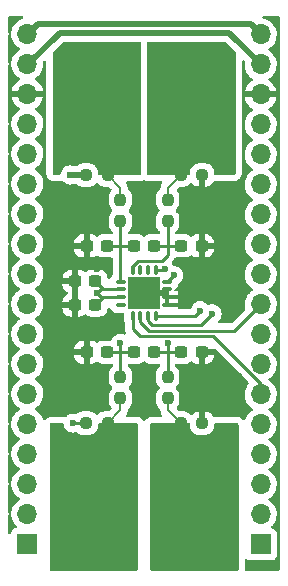
<source format=gbr>
%TF.GenerationSoftware,KiCad,Pcbnew,(6.0.6)*%
%TF.CreationDate,2022-06-28T18:53:51+02:00*%
%TF.ProjectId,thermocouples,74686572-6d6f-4636-9f75-706c65732e6b,rev?*%
%TF.SameCoordinates,Original*%
%TF.FileFunction,Copper,L1,Top*%
%TF.FilePolarity,Positive*%
%FSLAX46Y46*%
G04 Gerber Fmt 4.6, Leading zero omitted, Abs format (unit mm)*
G04 Created by KiCad (PCBNEW (6.0.6)) date 2022-06-28 18:53:51*
%MOMM*%
%LPD*%
G01*
G04 APERTURE LIST*
G04 Aperture macros list*
%AMRoundRect*
0 Rectangle with rounded corners*
0 $1 Rounding radius*
0 $2 $3 $4 $5 $6 $7 $8 $9 X,Y pos of 4 corners*
0 Add a 4 corners polygon primitive as box body*
4,1,4,$2,$3,$4,$5,$6,$7,$8,$9,$2,$3,0*
0 Add four circle primitives for the rounded corners*
1,1,$1+$1,$2,$3*
1,1,$1+$1,$4,$5*
1,1,$1+$1,$6,$7*
1,1,$1+$1,$8,$9*
0 Add four rect primitives between the rounded corners*
20,1,$1+$1,$2,$3,$4,$5,0*
20,1,$1+$1,$4,$5,$6,$7,0*
20,1,$1+$1,$6,$7,$8,$9,0*
20,1,$1+$1,$8,$9,$2,$3,0*%
G04 Aperture macros list end*
%TA.AperFunction,SMDPad,CuDef*%
%ADD10RoundRect,0.237500X0.300000X0.237500X-0.300000X0.237500X-0.300000X-0.237500X0.300000X-0.237500X0*%
%TD*%
%TA.AperFunction,ComponentPad*%
%ADD11R,2.600000X2.600000*%
%TD*%
%TA.AperFunction,ComponentPad*%
%ADD12C,2.600000*%
%TD*%
%TA.AperFunction,ComponentPad*%
%ADD13R,1.700000X1.700000*%
%TD*%
%TA.AperFunction,ComponentPad*%
%ADD14O,1.700000X1.700000*%
%TD*%
%TA.AperFunction,SMDPad,CuDef*%
%ADD15RoundRect,0.237500X0.237500X-0.250000X0.237500X0.250000X-0.237500X0.250000X-0.237500X-0.250000X0*%
%TD*%
%TA.AperFunction,SMDPad,CuDef*%
%ADD16RoundRect,0.087500X0.325000X0.087500X-0.325000X0.087500X-0.325000X-0.087500X0.325000X-0.087500X0*%
%TD*%
%TA.AperFunction,SMDPad,CuDef*%
%ADD17RoundRect,0.087500X0.087500X0.325000X-0.087500X0.325000X-0.087500X-0.325000X0.087500X-0.325000X0*%
%TD*%
%TA.AperFunction,SMDPad,CuDef*%
%ADD18R,2.700000X2.700000*%
%TD*%
%TA.AperFunction,SMDPad,CuDef*%
%ADD19RoundRect,0.237500X-0.237500X0.250000X-0.237500X-0.250000X0.237500X-0.250000X0.237500X0.250000X0*%
%TD*%
%TA.AperFunction,SMDPad,CuDef*%
%ADD20RoundRect,0.237500X-0.250000X-0.237500X0.250000X-0.237500X0.250000X0.237500X-0.250000X0.237500X0*%
%TD*%
%TA.AperFunction,SMDPad,CuDef*%
%ADD21RoundRect,0.237500X-0.300000X-0.237500X0.300000X-0.237500X0.300000X0.237500X-0.300000X0.237500X0*%
%TD*%
%TA.AperFunction,SMDPad,CuDef*%
%ADD22RoundRect,0.237500X0.250000X0.237500X-0.250000X0.237500X-0.250000X-0.237500X0.250000X-0.237500X0*%
%TD*%
%TA.AperFunction,ViaPad*%
%ADD23C,0.600000*%
%TD*%
%TA.AperFunction,Conductor*%
%ADD24C,0.500000*%
%TD*%
%TA.AperFunction,Conductor*%
%ADD25C,0.250000*%
%TD*%
%TA.AperFunction,Conductor*%
%ADD26C,0.200000*%
%TD*%
G04 APERTURE END LIST*
D10*
%TO.P,C8,1*%
%TO.N,+3V3*%
X102862500Y-67000000D03*
%TO.P,C8,2*%
%TO.N,GND*%
X101137500Y-67000000D03*
%TD*%
D11*
%TO.P,J4,1,Pin_1*%
%TO.N,/THERM1-*%
X104500000Y-84305000D03*
D12*
%TO.P,J4,2,Pin_2*%
%TO.N,/THERM1+*%
X109500000Y-84305000D03*
%TD*%
D13*
%TO.P,J2,1,Pin_1*%
%TO.N,/GPIO15*%
X116875000Y-87275000D03*
D14*
%TO.P,J2,2,Pin_2*%
%TO.N,/GPIO16*%
X116875000Y-84735000D03*
%TO.P,J2,3,Pin_3*%
%TO.N,/GPIO17*%
X116875000Y-82195000D03*
%TO.P,J2,4,Pin_4*%
%TO.N,/GPIO18*%
X116875000Y-79655000D03*
%TO.P,J2,5,Pin_5*%
%TO.N,/GPIO19*%
X116875000Y-77115000D03*
%TO.P,J2,6,Pin_6*%
%TO.N,/SPI0_MISO*%
X116875000Y-74575000D03*
%TO.P,J2,7,Pin_7*%
%TO.N,/SPI0_CSn*%
X116875000Y-72035000D03*
%TO.P,J2,8,Pin_8*%
%TO.N,/SPI0_SCK*%
X116875000Y-69495000D03*
%TO.P,J2,9,Pin_9*%
%TO.N,/SPI0_MOSI*%
X116875000Y-66955000D03*
%TO.P,J2,10,Pin_10*%
%TO.N,/GPIO24*%
X116875000Y-64415000D03*
%TO.P,J2,11,Pin_11*%
%TO.N,/GPIO25*%
X116875000Y-61875000D03*
%TO.P,J2,12,Pin_12*%
%TO.N,/ADC0*%
X116875000Y-59335000D03*
%TO.P,J2,13,Pin_13*%
%TO.N,/ADC1*%
X116875000Y-56795000D03*
%TO.P,J2,14,Pin_14*%
%TO.N,/ADC2*%
X116875000Y-54255000D03*
%TO.P,J2,15,Pin_15*%
%TO.N,/ADC3*%
X116875000Y-51715000D03*
%TO.P,J2,16,Pin_16*%
%TO.N,GND*%
X116875000Y-49175000D03*
%TO.P,J2,17,Pin_17*%
%TO.N,+3V3*%
X116875000Y-46635000D03*
%TO.P,J2,18,Pin_18*%
%TO.N,VBUS*%
X116875000Y-44095000D03*
%TD*%
D15*
%TO.P,R8,1*%
%TO.N,/THERM1-*%
X105000000Y-74912500D03*
%TO.P,R8,2*%
%TO.N,Net-(C5-Pad2)*%
X105000000Y-73087500D03*
%TD*%
%TO.P,R7,1*%
%TO.N,/THERM1+*%
X109000000Y-74912500D03*
%TO.P,R7,2*%
%TO.N,Net-(C4-Pad2)*%
X109000000Y-73087500D03*
%TD*%
D16*
%TO.P,U1,1,CLK*%
%TO.N,GND*%
X108962500Y-66975000D03*
%TO.P,U1,2,DGND*%
X108962500Y-66325000D03*
%TO.P,U1,3,AVSS*%
X108962500Y-65675000D03*
%TO.P,U1,4,AIN3/REFN1*%
%TO.N,/AIN3*%
X108962500Y-65025000D03*
D17*
%TO.P,U1,5,AIN2*%
%TO.N,/AIN2*%
X107975000Y-64037500D03*
%TO.P,U1,6,REFN0*%
%TO.N,unconnected-(U1-Pad6)*%
X107325000Y-64037500D03*
%TO.P,U1,7,REFP0*%
%TO.N,unconnected-(U1-Pad7)*%
X106675000Y-64037500D03*
%TO.P,U1,8,AIN1*%
%TO.N,/AIN1*%
X106025000Y-64037500D03*
D16*
%TO.P,U1,9,AIN0/REFP1*%
%TO.N,/AIN0*%
X105037500Y-65025000D03*
%TO.P,U1,10,AVDD*%
%TO.N,+3V3*%
X105037500Y-65675000D03*
%TO.P,U1,11,DVDD*%
X105037500Y-66325000D03*
%TO.P,U1,12,~{DRDY}*%
%TO.N,/DRDY#*%
X105037500Y-66975000D03*
D17*
%TO.P,U1,13,DOUT/~{DRDY}*%
%TO.N,/SPI0_MISO*%
X106025000Y-67962500D03*
%TO.P,U1,14,DIN*%
%TO.N,/SPI0_MOSI*%
X106675000Y-67962500D03*
%TO.P,U1,15,SCLK*%
%TO.N,/SPI0_SCK*%
X107325000Y-67962500D03*
%TO.P,U1,16,~{CS}*%
%TO.N,/SPI0_CSn*%
X107975000Y-67962500D03*
D18*
%TO.P,U1,17,PAD*%
%TO.N,GND*%
X107000000Y-66000000D03*
%TD*%
D19*
%TO.P,R6,1*%
%TO.N,/THERM0-*%
X109000000Y-58087500D03*
%TO.P,R6,2*%
%TO.N,/AIN1*%
X109000000Y-59912500D03*
%TD*%
D11*
%TO.P,J3,1,Pin_1*%
%TO.N,/THERM0-*%
X109500000Y-47695000D03*
D12*
%TO.P,J3,2,Pin_2*%
%TO.N,/THERM0+*%
X104500000Y-47695000D03*
%TD*%
D20*
%TO.P,R2,1*%
%TO.N,/THERM0-*%
X110087500Y-56000000D03*
%TO.P,R2,2*%
%TO.N,GND*%
X111912500Y-56000000D03*
%TD*%
D21*
%TO.P,C1,1*%
%TO.N,GND*%
X102137500Y-62000000D03*
%TO.P,C1,2*%
%TO.N,/AIN0*%
X103862500Y-62000000D03*
%TD*%
D13*
%TO.P,J1,1,Pin_1*%
%TO.N,/GPIO14*%
X97115000Y-87225000D03*
D14*
%TO.P,J1,2,Pin_2*%
%TO.N,/GPIO13*%
X97115000Y-84685000D03*
%TO.P,J1,3,Pin_3*%
%TO.N,/GPIO12*%
X97115000Y-82145000D03*
%TO.P,J1,4,Pin_4*%
%TO.N,/GPIO11*%
X97115000Y-79605000D03*
%TO.P,J1,5,Pin_5*%
%TO.N,/GPIO10*%
X97115000Y-77065000D03*
%TO.P,J1,6,Pin_6*%
%TO.N,/GPIO9*%
X97115000Y-74525000D03*
%TO.P,J1,7,Pin_7*%
%TO.N,/GPIO8*%
X97115000Y-71985000D03*
%TO.P,J1,8,Pin_8*%
%TO.N,/GPIO7*%
X97115000Y-69445000D03*
%TO.P,J1,9,Pin_9*%
%TO.N,/GPIO6*%
X97115000Y-66905000D03*
%TO.P,J1,10,Pin_10*%
%TO.N,/GPIO5*%
X97115000Y-64365000D03*
%TO.P,J1,11,Pin_11*%
%TO.N,/GPIO4*%
X97115000Y-61825000D03*
%TO.P,J1,12,Pin_12*%
%TO.N,/GPIO3*%
X97115000Y-59285000D03*
%TO.P,J1,13,Pin_13*%
%TO.N,/GPIO2*%
X97115000Y-56745000D03*
%TO.P,J1,14,Pin_14*%
%TO.N,/GPIO1*%
X97115000Y-54205000D03*
%TO.P,J1,15,Pin_15*%
%TO.N,/GPIO0*%
X97115000Y-51665000D03*
%TO.P,J1,16,Pin_16*%
%TO.N,GND*%
X97115000Y-49125000D03*
%TO.P,J1,17,Pin_17*%
%TO.N,+3V3*%
X97115000Y-46585000D03*
%TO.P,J1,18,Pin_18*%
%TO.N,VBUS*%
X97115000Y-44045000D03*
%TD*%
D22*
%TO.P,R3,1*%
%TO.N,GND*%
X111912500Y-77000000D03*
%TO.P,R3,2*%
%TO.N,/THERM1+*%
X110087500Y-77000000D03*
%TD*%
D10*
%TO.P,C6,1*%
%TO.N,Net-(C5-Pad2)*%
X103862500Y-71000000D03*
%TO.P,C6,2*%
%TO.N,GND*%
X102137500Y-71000000D03*
%TD*%
%TO.P,C5,1*%
%TO.N,Net-(C4-Pad2)*%
X107862500Y-71000000D03*
%TO.P,C5,2*%
%TO.N,Net-(C5-Pad2)*%
X106137500Y-71000000D03*
%TD*%
D21*
%TO.P,C2,1*%
%TO.N,/AIN0*%
X106137500Y-62000000D03*
%TO.P,C2,2*%
%TO.N,/AIN1*%
X107862500Y-62000000D03*
%TD*%
D22*
%TO.P,R4,1*%
%TO.N,/THERM1-*%
X103912500Y-77000000D03*
%TO.P,R4,2*%
%TO.N,+3V3*%
X102087500Y-77000000D03*
%TD*%
D21*
%TO.P,C3,1*%
%TO.N,/AIN1*%
X110137500Y-62000000D03*
%TO.P,C3,2*%
%TO.N,GND*%
X111862500Y-62000000D03*
%TD*%
D10*
%TO.P,C7,1*%
%TO.N,+3V3*%
X102862500Y-65000000D03*
%TO.P,C7,2*%
%TO.N,GND*%
X101137500Y-65000000D03*
%TD*%
D19*
%TO.P,R5,1*%
%TO.N,/THERM0+*%
X105000000Y-58087500D03*
%TO.P,R5,2*%
%TO.N,/AIN0*%
X105000000Y-59912500D03*
%TD*%
D10*
%TO.P,C4,1*%
%TO.N,GND*%
X111862500Y-71000000D03*
%TO.P,C4,2*%
%TO.N,Net-(C4-Pad2)*%
X110137500Y-71000000D03*
%TD*%
D20*
%TO.P,R1,1*%
%TO.N,+3V3*%
X102087500Y-56000000D03*
%TO.P,R1,2*%
%TO.N,/THERM0+*%
X103912500Y-56000000D03*
%TD*%
D23*
%TO.N,GND*%
X111000000Y-60000000D03*
X115000000Y-58000000D03*
X103000000Y-75000000D03*
X113000000Y-75000000D03*
X101000000Y-69000000D03*
X113000000Y-60000000D03*
X111000000Y-75000000D03*
X115000000Y-73000000D03*
X103000000Y-73000000D03*
X115000000Y-64000000D03*
X103000000Y-60000000D03*
X115000000Y-75000000D03*
X107000000Y-73000000D03*
X103000000Y-69000000D03*
X103000000Y-58000000D03*
X107000000Y-60000000D03*
X115000000Y-60000000D03*
X103000000Y-64000000D03*
X111000000Y-64000000D03*
X113000000Y-58000000D03*
X101000000Y-58000000D03*
X111000000Y-66000000D03*
X107000000Y-58000000D03*
X101000000Y-75000000D03*
X115000000Y-66000000D03*
X111000000Y-58000000D03*
X113000000Y-66000000D03*
X101000000Y-60000000D03*
X113000000Y-64000000D03*
X113000000Y-73000000D03*
X107000000Y-75000000D03*
X111000000Y-73000000D03*
X101000000Y-73000000D03*
%TO.N,+3V3*%
X103000000Y-66000000D03*
X101000000Y-77000000D03*
X100750000Y-56000000D03*
%TO.N,/THERM0+*%
X101000000Y-47000000D03*
X101000000Y-45000000D03*
X103000000Y-45000000D03*
X103000000Y-53000000D03*
X101000000Y-49000000D03*
X105000000Y-51000000D03*
X101000000Y-53000000D03*
X105000000Y-45000000D03*
X105000000Y-53000000D03*
X101000000Y-51000000D03*
X103000000Y-51000000D03*
%TO.N,/THERM0-*%
X109000000Y-45000000D03*
X109000000Y-51000000D03*
X113000000Y-51000000D03*
X113000000Y-47000000D03*
X111000000Y-45000000D03*
X111000000Y-53000000D03*
X111000000Y-51000000D03*
X113000000Y-49000000D03*
X113000000Y-53000000D03*
X109000000Y-53000000D03*
X113000000Y-45000000D03*
%TO.N,/THERM1+*%
X109000000Y-79000000D03*
X113000000Y-83000000D03*
X113000000Y-79000000D03*
X109000000Y-87000000D03*
X111000000Y-79000000D03*
X113000000Y-85000000D03*
X111000000Y-81000000D03*
X113000000Y-81000000D03*
X113000000Y-87000000D03*
X111000000Y-87000000D03*
X109000000Y-81000000D03*
%TO.N,/THERM1-*%
X105000000Y-87000000D03*
X101000000Y-81000000D03*
X101000000Y-83000000D03*
X105000000Y-79000000D03*
X101000000Y-85000000D03*
X105000000Y-81000000D03*
X101000000Y-87000000D03*
X101000000Y-79000000D03*
X103000000Y-79000000D03*
X103000000Y-87000000D03*
X103000000Y-81000000D03*
%TO.N,Net-(C4-Pad2)*%
X108750000Y-64000000D03*
X109000000Y-70250000D03*
%TO.N,Net-(C5-Pad2)*%
X109500000Y-64500000D03*
X105000000Y-70250000D03*
%TO.N,/SPI0_CSn*%
X111750000Y-67500000D03*
%TO.N,/SPI0_SCK*%
X112750000Y-67750000D03*
%TD*%
D24*
%TO.N,+3V3*%
X99840480Y-43944520D02*
X114184520Y-43944520D01*
D25*
X103537500Y-65675000D02*
X103325000Y-65675000D01*
D24*
X100750000Y-56000000D02*
X102087500Y-56000000D01*
D25*
X103537500Y-65675000D02*
X102862500Y-65000000D01*
X105037500Y-66325000D02*
X103537500Y-66325000D01*
D24*
X114184520Y-43944520D02*
X116875000Y-46635000D01*
D25*
X103537500Y-66325000D02*
X103325000Y-66325000D01*
X103537500Y-66325000D02*
X102862500Y-67000000D01*
X103325000Y-66325000D02*
X103000000Y-66000000D01*
X105037500Y-65675000D02*
X103537500Y-65675000D01*
X103325000Y-65675000D02*
X103000000Y-66000000D01*
D24*
X97150000Y-46635000D02*
X99840480Y-43944520D01*
D25*
X101000000Y-77000000D02*
X102087500Y-77000000D01*
%TO.N,/AIN0*%
X105000000Y-64987500D02*
X105000000Y-62000000D01*
X105037500Y-65025000D02*
X105000000Y-64987500D01*
X105000000Y-62000000D02*
X103862500Y-62000000D01*
X105000000Y-62000000D02*
X106137500Y-62000000D01*
X105000000Y-62000000D02*
X105000000Y-59912500D01*
D24*
%TO.N,VBUS*%
X98000000Y-43245000D02*
X116025000Y-43245000D01*
X97150000Y-44095000D02*
X98000000Y-43245000D01*
X116025000Y-43245000D02*
X116875000Y-44095000D01*
D25*
%TO.N,/AIN1*%
X109000000Y-62000000D02*
X109000000Y-59912500D01*
X106025000Y-64037500D02*
X106025000Y-63692316D01*
X108500000Y-63250000D02*
X109000000Y-62750000D01*
X106025000Y-63692316D02*
X106467316Y-63250000D01*
X107717316Y-62000000D02*
X107862500Y-62000000D01*
X109000000Y-62000000D02*
X110137500Y-62000000D01*
X109000000Y-62750000D02*
X109000000Y-62000000D01*
X109000000Y-62000000D02*
X107862500Y-62000000D01*
X106467316Y-63250000D02*
X108500000Y-63250000D01*
D26*
%TO.N,/THERM0+*%
X105000000Y-57087500D02*
X103912500Y-56000000D01*
X104500000Y-55412500D02*
X104500000Y-47695000D01*
X105000000Y-58087500D02*
X105000000Y-57087500D01*
X103912500Y-56000000D02*
X104500000Y-55412500D01*
%TO.N,/THERM0-*%
X109000000Y-57087500D02*
X110087500Y-56000000D01*
X109500000Y-55412500D02*
X109500000Y-47695000D01*
X110087500Y-56000000D02*
X109500000Y-55412500D01*
X109000000Y-58087500D02*
X109000000Y-57087500D01*
%TO.N,/THERM1+*%
X109000000Y-75912500D02*
X110087500Y-77000000D01*
X109500000Y-77587500D02*
X109500000Y-84305000D01*
X110087500Y-77000000D02*
X109500000Y-77587500D01*
X109000000Y-74912500D02*
X109000000Y-75912500D01*
%TO.N,/THERM1-*%
X105000000Y-75912500D02*
X103912500Y-77000000D01*
X104500000Y-77587500D02*
X104500000Y-84305000D01*
X105000000Y-74912500D02*
X105000000Y-75912500D01*
X103912500Y-77000000D02*
X104500000Y-77587500D01*
D25*
%TO.N,Net-(C4-Pad2)*%
X108712500Y-64037500D02*
X108750000Y-64000000D01*
X109000000Y-70250000D02*
X109000000Y-71000000D01*
X109000000Y-71000000D02*
X110137500Y-71000000D01*
X107975000Y-64037500D02*
X108712500Y-64037500D01*
X109000000Y-71000000D02*
X107862500Y-71000000D01*
X109000000Y-73087500D02*
X109000000Y-71000000D01*
%TO.N,Net-(C5-Pad2)*%
X105000000Y-70250000D02*
X105000000Y-71000000D01*
X105000000Y-71000000D02*
X103862500Y-71000000D01*
X105000000Y-73087500D02*
X105000000Y-71000000D01*
X108962500Y-65025000D02*
X108975000Y-65025000D01*
X108975000Y-65025000D02*
X109500000Y-64500000D01*
X105000000Y-71000000D02*
X106137500Y-71000000D01*
%TO.N,/SPI0_MISO*%
X106025000Y-67962500D02*
X106025000Y-69025000D01*
X106625489Y-69625489D02*
X112804479Y-69625489D01*
X116875000Y-73696010D02*
X116875000Y-74575000D01*
X112804479Y-69625489D02*
X116875000Y-73696010D01*
X106025000Y-69025000D02*
X106625489Y-69625489D01*
%TO.N,/SPI0_CSn*%
X111287500Y-67962500D02*
X107975000Y-67962500D01*
X111750000Y-67500000D02*
X111287500Y-67962500D01*
%TO.N,/SPI0_MOSI*%
X114654031Y-69175969D02*
X116875000Y-66955000D01*
X107425969Y-69175969D02*
X114654031Y-69175969D01*
X106675000Y-68425000D02*
X107425969Y-69175969D01*
X106675000Y-67962500D02*
X106675000Y-68425000D01*
%TO.N,/SPI0_SCK*%
X111800480Y-68699520D02*
X112750000Y-67750000D01*
X107699520Y-68699520D02*
X111800480Y-68699520D01*
X107325000Y-67962500D02*
X107325000Y-68325000D01*
X107325000Y-68325000D02*
X107699520Y-68699520D01*
%TD*%
%TA.AperFunction,Conductor*%
%TO.N,/THERM1+*%
G36*
X110858621Y-77020002D02*
G01*
X110905114Y-77073658D01*
X110916500Y-77126000D01*
X110916500Y-77287072D01*
X110927293Y-77391093D01*
X110982346Y-77556107D01*
X111073884Y-77704031D01*
X111079066Y-77709204D01*
X111191816Y-77821758D01*
X111191821Y-77821762D01*
X111196997Y-77826929D01*
X111345080Y-77918209D01*
X111510191Y-77972974D01*
X111517027Y-77973674D01*
X111517030Y-77973675D01*
X111568526Y-77978951D01*
X111612928Y-77983500D01*
X112212072Y-77983500D01*
X112215318Y-77983163D01*
X112215322Y-77983163D01*
X112309235Y-77973419D01*
X112309239Y-77973418D01*
X112316093Y-77972707D01*
X112322629Y-77970526D01*
X112322631Y-77970526D01*
X112455395Y-77926232D01*
X112481107Y-77917654D01*
X112629031Y-77826116D01*
X112634204Y-77820934D01*
X112746758Y-77708184D01*
X112746762Y-77708179D01*
X112751929Y-77703003D01*
X112755770Y-77696772D01*
X112839369Y-77561150D01*
X112839370Y-77561148D01*
X112843209Y-77554920D01*
X112897974Y-77389809D01*
X112908500Y-77287072D01*
X112908500Y-77126000D01*
X112928502Y-77057879D01*
X112982158Y-77011386D01*
X113034500Y-77000000D01*
X114874000Y-77000000D01*
X114942121Y-77020002D01*
X114988614Y-77073658D01*
X115000000Y-77126000D01*
X115000000Y-89365500D01*
X114979998Y-89433621D01*
X114926342Y-89480114D01*
X114874000Y-89491500D01*
X107626000Y-89491500D01*
X107557879Y-89471498D01*
X107511386Y-89417842D01*
X107500000Y-89365500D01*
X107500000Y-77126000D01*
X107520002Y-77057879D01*
X107573658Y-77011386D01*
X107626000Y-77000000D01*
X110790500Y-77000000D01*
X110858621Y-77020002D01*
G37*
%TD.AperFunction*%
%TD*%
%TA.AperFunction,Conductor*%
%TO.N,/THERM1-*%
G36*
X100141448Y-77020002D02*
G01*
X100187941Y-77073658D01*
X100198725Y-77113703D01*
X100204163Y-77169160D01*
X100261418Y-77341273D01*
X100355380Y-77496424D01*
X100481382Y-77626902D01*
X100487278Y-77630760D01*
X100597677Y-77703003D01*
X100633159Y-77726222D01*
X100639763Y-77728678D01*
X100639765Y-77728679D01*
X100796558Y-77786990D01*
X100796560Y-77786990D01*
X100803168Y-77789448D01*
X100886995Y-77800633D01*
X100975980Y-77812507D01*
X100975984Y-77812507D01*
X100982961Y-77813438D01*
X100989972Y-77812800D01*
X100989976Y-77812800D01*
X101132459Y-77799832D01*
X101163600Y-77796998D01*
X101170305Y-77794819D01*
X101170307Y-77794819D01*
X101224842Y-77777100D01*
X101295809Y-77775073D01*
X101352793Y-77807759D01*
X101357843Y-77812800D01*
X101371997Y-77826929D01*
X101520080Y-77918209D01*
X101685191Y-77972974D01*
X101692027Y-77973674D01*
X101692030Y-77973675D01*
X101743526Y-77978951D01*
X101787928Y-77983500D01*
X102387072Y-77983500D01*
X102390318Y-77983163D01*
X102390322Y-77983163D01*
X102484235Y-77973419D01*
X102484239Y-77973418D01*
X102491093Y-77972707D01*
X102497629Y-77970526D01*
X102497631Y-77970526D01*
X102630395Y-77926232D01*
X102656107Y-77917654D01*
X102804031Y-77826116D01*
X102822356Y-77807759D01*
X102921758Y-77708184D01*
X102921762Y-77708179D01*
X102926929Y-77703003D01*
X102930770Y-77696772D01*
X103014369Y-77561150D01*
X103014370Y-77561148D01*
X103018209Y-77554920D01*
X103072974Y-77389809D01*
X103083500Y-77287072D01*
X103083500Y-77126000D01*
X103103502Y-77057879D01*
X103157158Y-77011386D01*
X103209500Y-77000000D01*
X106374000Y-77000000D01*
X106442121Y-77020002D01*
X106488614Y-77073658D01*
X106500000Y-77126000D01*
X106500000Y-89365500D01*
X106479998Y-89433621D01*
X106426342Y-89480114D01*
X106374000Y-89491500D01*
X99126000Y-89491500D01*
X99057879Y-89471498D01*
X99011386Y-89417842D01*
X99000000Y-89365500D01*
X99000000Y-77126000D01*
X99020002Y-77057879D01*
X99073658Y-77011386D01*
X99126000Y-77000000D01*
X100073327Y-77000000D01*
X100141448Y-77020002D01*
G37*
%TD.AperFunction*%
%TD*%
%TA.AperFunction,Conductor*%
%TO.N,/THERM0+*%
G36*
X106692121Y-44723022D02*
G01*
X106738614Y-44776678D01*
X106750000Y-44829020D01*
X106750000Y-55874000D01*
X106729998Y-55942121D01*
X106676342Y-55988614D01*
X106624000Y-56000000D01*
X103209500Y-56000000D01*
X103141379Y-55979998D01*
X103094886Y-55926342D01*
X103083500Y-55874000D01*
X103083500Y-55712928D01*
X103076438Y-55644861D01*
X103073419Y-55615765D01*
X103073418Y-55615761D01*
X103072707Y-55608907D01*
X103029982Y-55480843D01*
X103019972Y-55450841D01*
X103017654Y-55443893D01*
X102926116Y-55295969D01*
X102864238Y-55234199D01*
X102808184Y-55178242D01*
X102808179Y-55178238D01*
X102803003Y-55173071D01*
X102654920Y-55081791D01*
X102489809Y-55027026D01*
X102482973Y-55026326D01*
X102482970Y-55026325D01*
X102431474Y-55021049D01*
X102387072Y-55016500D01*
X101787928Y-55016500D01*
X101784682Y-55016837D01*
X101784678Y-55016837D01*
X101690765Y-55026581D01*
X101690761Y-55026582D01*
X101683907Y-55027293D01*
X101677371Y-55029474D01*
X101677369Y-55029474D01*
X101544605Y-55073768D01*
X101518893Y-55082346D01*
X101370969Y-55173884D01*
X101365796Y-55179066D01*
X101340388Y-55204518D01*
X101278105Y-55238597D01*
X101251215Y-55241500D01*
X101051966Y-55241500D01*
X101009699Y-55234199D01*
X100942424Y-55210243D01*
X100942422Y-55210242D01*
X100935790Y-55207881D01*
X100928802Y-55207048D01*
X100928799Y-55207047D01*
X100805698Y-55192368D01*
X100755680Y-55186404D01*
X100748677Y-55187140D01*
X100748676Y-55187140D01*
X100582288Y-55204628D01*
X100582286Y-55204629D01*
X100575288Y-55205364D01*
X100403579Y-55263818D01*
X100397575Y-55267512D01*
X100255095Y-55355166D01*
X100255092Y-55355168D01*
X100249088Y-55358862D01*
X100244053Y-55363793D01*
X100244050Y-55363795D01*
X100168620Y-55437662D01*
X100119493Y-55485771D01*
X100021235Y-55638238D01*
X99959197Y-55808685D01*
X99958314Y-55815673D01*
X99958314Y-55815674D01*
X99948951Y-55889792D01*
X99920570Y-55954868D01*
X99861510Y-55994270D01*
X99823945Y-56000000D01*
X99376000Y-56000000D01*
X99307879Y-55979998D01*
X99261386Y-55926342D01*
X99250000Y-55874000D01*
X99250000Y-45659871D01*
X99270002Y-45591750D01*
X99286905Y-45570776D01*
X100117756Y-44739925D01*
X100180068Y-44705899D01*
X100206851Y-44703020D01*
X106624000Y-44703020D01*
X106692121Y-44723022D01*
G37*
%TD.AperFunction*%
%TD*%
%TA.AperFunction,Conductor*%
%TO.N,/THERM0-*%
G36*
X113886270Y-44723022D02*
G01*
X113907244Y-44739925D01*
X114713095Y-45545776D01*
X114747121Y-45608088D01*
X114750000Y-45634871D01*
X114750000Y-55874000D01*
X114729998Y-55942121D01*
X114676342Y-55988614D01*
X114624000Y-56000000D01*
X113034500Y-56000000D01*
X112966379Y-55979998D01*
X112919886Y-55926342D01*
X112908500Y-55874000D01*
X112908500Y-55712928D01*
X112897707Y-55608907D01*
X112842654Y-55443893D01*
X112751116Y-55295969D01*
X112745934Y-55290796D01*
X112633184Y-55178242D01*
X112633179Y-55178238D01*
X112628003Y-55173071D01*
X112479920Y-55081791D01*
X112314809Y-55027026D01*
X112307973Y-55026326D01*
X112307970Y-55026325D01*
X112256474Y-55021049D01*
X112212072Y-55016500D01*
X111612928Y-55016500D01*
X111609682Y-55016837D01*
X111609678Y-55016837D01*
X111515765Y-55026581D01*
X111515761Y-55026582D01*
X111508907Y-55027293D01*
X111502371Y-55029474D01*
X111502369Y-55029474D01*
X111369605Y-55073768D01*
X111343893Y-55082346D01*
X111195969Y-55173884D01*
X111190796Y-55179066D01*
X111078242Y-55291816D01*
X111078238Y-55291821D01*
X111073071Y-55296997D01*
X111069231Y-55303227D01*
X111069230Y-55303228D01*
X110986364Y-55437662D01*
X110981791Y-55445080D01*
X110927026Y-55610191D01*
X110916500Y-55712928D01*
X110916500Y-55874000D01*
X110896498Y-55942121D01*
X110842842Y-55988614D01*
X110790500Y-56000000D01*
X107376000Y-56000000D01*
X107307879Y-55979998D01*
X107261386Y-55926342D01*
X107250000Y-55874000D01*
X107250000Y-44829020D01*
X107270002Y-44760899D01*
X107323658Y-44714406D01*
X107376000Y-44703020D01*
X113818149Y-44703020D01*
X113886270Y-44723022D01*
G37*
%TD.AperFunction*%
%TD*%
%TA.AperFunction,Conductor*%
%TO.N,GND*%
G36*
X118433621Y-42528502D02*
G01*
X118480114Y-42582158D01*
X118491500Y-42634500D01*
X118491500Y-89365500D01*
X118471498Y-89433621D01*
X118417842Y-89480114D01*
X118365500Y-89491500D01*
X115639500Y-89491500D01*
X115571379Y-89471498D01*
X115524886Y-89417842D01*
X115513500Y-89365500D01*
X115513500Y-88629053D01*
X115533502Y-88560932D01*
X115587158Y-88514439D01*
X115657432Y-88504335D01*
X115715065Y-88528227D01*
X115758704Y-88560932D01*
X115778295Y-88575615D01*
X115914684Y-88626745D01*
X115976866Y-88633500D01*
X117773134Y-88633500D01*
X117835316Y-88626745D01*
X117971705Y-88575615D01*
X118088261Y-88488261D01*
X118175615Y-88371705D01*
X118226745Y-88235316D01*
X118233500Y-88173134D01*
X118233500Y-86376866D01*
X118226745Y-86314684D01*
X118175615Y-86178295D01*
X118088261Y-86061739D01*
X117971705Y-85974385D01*
X117959132Y-85969672D01*
X117853203Y-85929960D01*
X117796439Y-85887318D01*
X117771739Y-85820756D01*
X117786947Y-85751408D01*
X117808493Y-85722727D01*
X117909435Y-85622137D01*
X117913096Y-85618489D01*
X117949025Y-85568489D01*
X118040435Y-85441277D01*
X118043453Y-85437077D01*
X118068165Y-85387077D01*
X118140136Y-85241453D01*
X118140137Y-85241451D01*
X118142430Y-85236811D01*
X118207370Y-85023069D01*
X118236529Y-84801590D01*
X118236611Y-84798240D01*
X118238074Y-84738365D01*
X118238074Y-84738361D01*
X118238156Y-84735000D01*
X118219852Y-84512361D01*
X118165431Y-84295702D01*
X118076354Y-84090840D01*
X117981300Y-83943909D01*
X117957822Y-83907617D01*
X117957820Y-83907614D01*
X117955014Y-83903277D01*
X117804670Y-83738051D01*
X117800619Y-83734852D01*
X117800615Y-83734848D01*
X117633414Y-83602800D01*
X117633410Y-83602798D01*
X117629359Y-83599598D01*
X117588053Y-83576796D01*
X117538084Y-83526364D01*
X117523312Y-83456921D01*
X117548428Y-83390516D01*
X117575780Y-83363909D01*
X117643092Y-83315896D01*
X117754860Y-83236173D01*
X117913096Y-83078489D01*
X117949025Y-83028489D01*
X118040435Y-82901277D01*
X118043453Y-82897077D01*
X118068165Y-82847077D01*
X118140136Y-82701453D01*
X118140137Y-82701451D01*
X118142430Y-82696811D01*
X118207370Y-82483069D01*
X118236529Y-82261590D01*
X118236611Y-82258240D01*
X118238074Y-82198365D01*
X118238074Y-82198361D01*
X118238156Y-82195000D01*
X118219852Y-81972361D01*
X118165431Y-81755702D01*
X118076354Y-81550840D01*
X117981300Y-81403909D01*
X117957822Y-81367617D01*
X117957820Y-81367614D01*
X117955014Y-81363277D01*
X117804670Y-81198051D01*
X117800619Y-81194852D01*
X117800615Y-81194848D01*
X117633414Y-81062800D01*
X117633410Y-81062798D01*
X117629359Y-81059598D01*
X117588053Y-81036796D01*
X117538084Y-80986364D01*
X117523312Y-80916921D01*
X117548428Y-80850516D01*
X117575780Y-80823909D01*
X117643092Y-80775896D01*
X117754860Y-80696173D01*
X117913096Y-80538489D01*
X117949025Y-80488489D01*
X118040435Y-80361277D01*
X118043453Y-80357077D01*
X118068165Y-80307077D01*
X118140136Y-80161453D01*
X118140137Y-80161451D01*
X118142430Y-80156811D01*
X118207370Y-79943069D01*
X118236529Y-79721590D01*
X118236611Y-79718240D01*
X118238074Y-79658365D01*
X118238074Y-79658361D01*
X118238156Y-79655000D01*
X118219852Y-79432361D01*
X118165431Y-79215702D01*
X118076354Y-79010840D01*
X117981300Y-78863909D01*
X117957822Y-78827617D01*
X117957820Y-78827614D01*
X117955014Y-78823277D01*
X117804670Y-78658051D01*
X117800619Y-78654852D01*
X117800615Y-78654848D01*
X117633414Y-78522800D01*
X117633410Y-78522798D01*
X117629359Y-78519598D01*
X117588053Y-78496796D01*
X117538084Y-78446364D01*
X117523312Y-78376921D01*
X117548428Y-78310516D01*
X117575780Y-78283909D01*
X117643092Y-78235896D01*
X117754860Y-78156173D01*
X117913096Y-77998489D01*
X117949025Y-77948489D01*
X118040435Y-77821277D01*
X118043453Y-77817077D01*
X118068165Y-77767077D01*
X118140136Y-77621453D01*
X118140137Y-77621451D01*
X118142430Y-77616811D01*
X118207370Y-77403069D01*
X118236529Y-77181590D01*
X118236611Y-77178240D01*
X118238074Y-77118365D01*
X118238074Y-77118361D01*
X118238156Y-77115000D01*
X118219852Y-76892361D01*
X118165431Y-76675702D01*
X118076354Y-76470840D01*
X118022375Y-76387401D01*
X117957822Y-76287617D01*
X117957820Y-76287614D01*
X117955014Y-76283277D01*
X117804670Y-76118051D01*
X117800619Y-76114852D01*
X117800615Y-76114848D01*
X117633414Y-75982800D01*
X117633410Y-75982798D01*
X117629359Y-75979598D01*
X117588053Y-75956796D01*
X117538084Y-75906364D01*
X117523312Y-75836921D01*
X117548428Y-75770516D01*
X117575780Y-75743909D01*
X117643092Y-75695896D01*
X117754860Y-75616173D01*
X117913096Y-75458489D01*
X117949025Y-75408489D01*
X118040435Y-75281277D01*
X118043453Y-75277077D01*
X118068165Y-75227077D01*
X118140136Y-75081453D01*
X118140137Y-75081451D01*
X118142430Y-75076811D01*
X118207370Y-74863069D01*
X118236529Y-74641590D01*
X118236611Y-74638240D01*
X118238074Y-74578365D01*
X118238074Y-74578361D01*
X118238156Y-74575000D01*
X118219852Y-74352361D01*
X118165431Y-74135702D01*
X118076354Y-73930840D01*
X117994318Y-73804031D01*
X117957822Y-73747617D01*
X117957820Y-73747614D01*
X117955014Y-73743277D01*
X117804670Y-73578051D01*
X117800619Y-73574852D01*
X117800615Y-73574848D01*
X117633414Y-73442800D01*
X117633410Y-73442798D01*
X117629359Y-73439598D01*
X117588053Y-73416796D01*
X117538084Y-73366364D01*
X117523312Y-73296921D01*
X117548428Y-73230516D01*
X117575780Y-73203909D01*
X117643092Y-73155896D01*
X117754860Y-73076173D01*
X117913096Y-72918489D01*
X117949025Y-72868489D01*
X118040435Y-72741277D01*
X118043453Y-72737077D01*
X118065717Y-72692030D01*
X118140136Y-72541453D01*
X118140137Y-72541451D01*
X118142430Y-72536811D01*
X118190925Y-72377197D01*
X118205865Y-72328023D01*
X118205865Y-72328021D01*
X118207370Y-72323069D01*
X118236529Y-72101590D01*
X118236611Y-72098240D01*
X118238074Y-72038365D01*
X118238074Y-72038361D01*
X118238156Y-72035000D01*
X118219852Y-71812361D01*
X118165431Y-71595702D01*
X118076354Y-71390840D01*
X118011300Y-71290282D01*
X117957822Y-71207617D01*
X117957820Y-71207614D01*
X117955014Y-71203277D01*
X117804670Y-71038051D01*
X117800619Y-71034852D01*
X117800615Y-71034848D01*
X117633414Y-70902800D01*
X117633410Y-70902798D01*
X117629359Y-70899598D01*
X117588053Y-70876796D01*
X117538084Y-70826364D01*
X117523312Y-70756921D01*
X117548428Y-70690516D01*
X117575780Y-70663909D01*
X117643092Y-70615896D01*
X117754860Y-70536173D01*
X117913096Y-70378489D01*
X117949025Y-70328489D01*
X118040435Y-70201277D01*
X118043453Y-70197077D01*
X118050108Y-70183613D01*
X118140136Y-70001453D01*
X118140137Y-70001451D01*
X118142430Y-69996811D01*
X118199500Y-69808972D01*
X118205865Y-69788023D01*
X118205865Y-69788021D01*
X118207370Y-69783069D01*
X118236529Y-69561590D01*
X118236611Y-69558240D01*
X118238074Y-69498365D01*
X118238074Y-69498361D01*
X118238156Y-69495000D01*
X118219852Y-69272361D01*
X118165431Y-69055702D01*
X118076354Y-68850840D01*
X117955014Y-68663277D01*
X117804670Y-68498051D01*
X117800619Y-68494852D01*
X117800615Y-68494848D01*
X117633414Y-68362800D01*
X117633410Y-68362798D01*
X117629359Y-68359598D01*
X117588053Y-68336796D01*
X117538084Y-68286364D01*
X117523312Y-68216921D01*
X117548428Y-68150516D01*
X117575780Y-68123909D01*
X117643092Y-68075896D01*
X117754860Y-67996173D01*
X117767578Y-67983500D01*
X117909435Y-67842137D01*
X117913096Y-67838489D01*
X117918927Y-67830375D01*
X118040435Y-67661277D01*
X118043453Y-67657077D01*
X118049799Y-67644238D01*
X118140136Y-67461453D01*
X118140137Y-67461451D01*
X118142430Y-67456811D01*
X118207370Y-67243069D01*
X118236529Y-67021590D01*
X118236719Y-67013818D01*
X118238074Y-66958365D01*
X118238074Y-66958361D01*
X118238156Y-66955000D01*
X118219852Y-66732361D01*
X118165431Y-66515702D01*
X118076354Y-66310840D01*
X117991931Y-66180342D01*
X117957822Y-66127617D01*
X117957820Y-66127614D01*
X117955014Y-66123277D01*
X117804670Y-65958051D01*
X117800619Y-65954852D01*
X117800615Y-65954848D01*
X117633414Y-65822800D01*
X117633410Y-65822798D01*
X117629359Y-65819598D01*
X117588053Y-65796796D01*
X117538084Y-65746364D01*
X117523312Y-65676921D01*
X117548428Y-65610516D01*
X117575780Y-65583909D01*
X117643092Y-65535896D01*
X117754860Y-65456173D01*
X117913096Y-65298489D01*
X117923676Y-65283766D01*
X118040435Y-65121277D01*
X118043453Y-65117077D01*
X118068165Y-65067077D01*
X118140136Y-64921453D01*
X118140137Y-64921451D01*
X118142430Y-64916811D01*
X118195686Y-64741525D01*
X118205865Y-64708023D01*
X118205865Y-64708021D01*
X118207370Y-64703069D01*
X118236529Y-64481590D01*
X118236611Y-64478240D01*
X118238074Y-64418365D01*
X118238074Y-64418361D01*
X118238156Y-64415000D01*
X118219852Y-64192361D01*
X118165431Y-63975702D01*
X118076354Y-63770840D01*
X117955014Y-63583277D01*
X117804670Y-63418051D01*
X117800619Y-63414852D01*
X117800615Y-63414848D01*
X117633414Y-63282800D01*
X117633410Y-63282798D01*
X117629359Y-63279598D01*
X117588053Y-63256796D01*
X117538084Y-63206364D01*
X117523312Y-63136921D01*
X117548428Y-63070516D01*
X117575780Y-63043909D01*
X117644676Y-62994766D01*
X117754860Y-62916173D01*
X117913096Y-62758489D01*
X117949025Y-62708489D01*
X118040435Y-62581277D01*
X118043453Y-62577077D01*
X118068165Y-62527077D01*
X118140136Y-62381453D01*
X118140137Y-62381451D01*
X118142430Y-62376811D01*
X118207370Y-62163069D01*
X118236529Y-61941590D01*
X118236611Y-61938240D01*
X118238074Y-61878365D01*
X118238074Y-61878361D01*
X118238156Y-61875000D01*
X118219852Y-61652361D01*
X118165431Y-61435702D01*
X118076354Y-61230840D01*
X117983075Y-61086653D01*
X117957822Y-61047617D01*
X117957820Y-61047614D01*
X117955014Y-61043277D01*
X117804670Y-60878051D01*
X117800619Y-60874852D01*
X117800615Y-60874848D01*
X117633414Y-60742800D01*
X117633410Y-60742798D01*
X117629359Y-60739598D01*
X117588053Y-60716796D01*
X117538084Y-60666364D01*
X117523312Y-60596921D01*
X117548428Y-60530516D01*
X117575780Y-60503909D01*
X117643092Y-60455896D01*
X117754860Y-60376173D01*
X117808590Y-60322631D01*
X117909435Y-60222137D01*
X117913096Y-60218489D01*
X117949025Y-60168489D01*
X118040435Y-60041277D01*
X118043453Y-60037077D01*
X118068165Y-59987077D01*
X118140136Y-59841453D01*
X118140137Y-59841451D01*
X118142430Y-59836811D01*
X118207370Y-59623069D01*
X118236529Y-59401590D01*
X118236611Y-59398240D01*
X118238074Y-59338365D01*
X118238074Y-59338361D01*
X118238156Y-59335000D01*
X118219852Y-59112361D01*
X118165431Y-58895702D01*
X118076354Y-58690840D01*
X117955014Y-58503277D01*
X117804670Y-58338051D01*
X117800619Y-58334852D01*
X117800615Y-58334848D01*
X117633414Y-58202800D01*
X117633410Y-58202798D01*
X117629359Y-58199598D01*
X117588053Y-58176796D01*
X117538084Y-58126364D01*
X117523312Y-58056921D01*
X117548428Y-57990516D01*
X117575780Y-57963909D01*
X117643092Y-57915896D01*
X117754860Y-57836173D01*
X117799997Y-57791194D01*
X117876426Y-57715031D01*
X117913096Y-57678489D01*
X117949025Y-57628489D01*
X118040435Y-57501277D01*
X118043453Y-57497077D01*
X118068165Y-57447077D01*
X118140136Y-57301453D01*
X118140137Y-57301451D01*
X118142430Y-57296811D01*
X118207370Y-57083069D01*
X118236529Y-56861590D01*
X118236611Y-56858240D01*
X118238074Y-56798365D01*
X118238074Y-56798361D01*
X118238156Y-56795000D01*
X118219852Y-56572361D01*
X118165431Y-56355702D01*
X118076354Y-56150840D01*
X117999609Y-56032210D01*
X117957822Y-55967617D01*
X117957820Y-55967614D01*
X117955014Y-55963277D01*
X117804670Y-55798051D01*
X117800619Y-55794852D01*
X117800615Y-55794848D01*
X117633414Y-55662800D01*
X117633410Y-55662798D01*
X117629359Y-55659598D01*
X117588053Y-55636796D01*
X117538084Y-55586364D01*
X117523312Y-55516921D01*
X117548428Y-55450516D01*
X117575780Y-55423909D01*
X117643092Y-55375896D01*
X117754860Y-55296173D01*
X117913096Y-55138489D01*
X117949025Y-55088489D01*
X118040435Y-54961277D01*
X118043453Y-54957077D01*
X118068165Y-54907077D01*
X118140136Y-54761453D01*
X118140137Y-54761451D01*
X118142430Y-54756811D01*
X118207370Y-54543069D01*
X118236529Y-54321590D01*
X118236611Y-54318240D01*
X118238074Y-54258365D01*
X118238074Y-54258361D01*
X118238156Y-54255000D01*
X118219852Y-54032361D01*
X118165431Y-53815702D01*
X118076354Y-53610840D01*
X117955014Y-53423277D01*
X117804670Y-53258051D01*
X117800619Y-53254852D01*
X117800615Y-53254848D01*
X117633414Y-53122800D01*
X117633410Y-53122798D01*
X117629359Y-53119598D01*
X117588053Y-53096796D01*
X117538084Y-53046364D01*
X117523312Y-52976921D01*
X117548428Y-52910516D01*
X117575780Y-52883909D01*
X117643092Y-52835896D01*
X117754860Y-52756173D01*
X117913096Y-52598489D01*
X117949025Y-52548489D01*
X118040435Y-52421277D01*
X118043453Y-52417077D01*
X118068165Y-52367077D01*
X118140136Y-52221453D01*
X118140137Y-52221451D01*
X118142430Y-52216811D01*
X118207370Y-52003069D01*
X118236529Y-51781590D01*
X118236611Y-51778240D01*
X118238074Y-51718365D01*
X118238074Y-51718361D01*
X118238156Y-51715000D01*
X118219852Y-51492361D01*
X118165431Y-51275702D01*
X118076354Y-51070840D01*
X117955014Y-50883277D01*
X117804670Y-50718051D01*
X117800619Y-50714852D01*
X117800615Y-50714848D01*
X117633414Y-50582800D01*
X117633410Y-50582798D01*
X117629359Y-50579598D01*
X117587569Y-50556529D01*
X117537598Y-50506097D01*
X117522826Y-50436654D01*
X117547942Y-50370248D01*
X117575294Y-50343641D01*
X117750328Y-50218792D01*
X117758200Y-50212139D01*
X117909052Y-50061812D01*
X117915730Y-50053965D01*
X118040003Y-49881020D01*
X118045313Y-49872183D01*
X118139670Y-49681267D01*
X118143469Y-49671672D01*
X118205377Y-49467910D01*
X118207555Y-49457837D01*
X118208986Y-49446962D01*
X118206775Y-49432778D01*
X118193617Y-49429000D01*
X115558225Y-49429000D01*
X115544694Y-49432973D01*
X115543257Y-49442966D01*
X115573565Y-49577446D01*
X115576645Y-49587275D01*
X115656770Y-49784603D01*
X115661413Y-49793794D01*
X115772694Y-49975388D01*
X115778777Y-49983699D01*
X115918213Y-50144667D01*
X115925580Y-50151883D01*
X116089434Y-50287916D01*
X116097881Y-50293831D01*
X116166969Y-50334203D01*
X116215693Y-50385842D01*
X116228764Y-50455625D01*
X116202033Y-50521396D01*
X116161584Y-50554752D01*
X116148607Y-50561507D01*
X116144474Y-50564610D01*
X116144471Y-50564612D01*
X116031580Y-50649373D01*
X115969965Y-50695635D01*
X115966393Y-50699373D01*
X115842082Y-50829457D01*
X115815629Y-50857138D01*
X115689743Y-51041680D01*
X115595688Y-51244305D01*
X115535989Y-51459570D01*
X115535440Y-51464707D01*
X115514787Y-51657965D01*
X115500939Y-51691458D01*
X115510396Y-51706174D01*
X115515291Y-51734419D01*
X115525110Y-51904715D01*
X115526247Y-51909761D01*
X115526248Y-51909767D01*
X115546119Y-51997939D01*
X115574222Y-52122639D01*
X115612461Y-52216811D01*
X115639752Y-52284020D01*
X115658266Y-52329616D01*
X115774987Y-52520088D01*
X115921250Y-52688938D01*
X116068610Y-52811279D01*
X116084507Y-52824476D01*
X116093126Y-52831632D01*
X116100423Y-52835896D01*
X116166445Y-52874476D01*
X116215169Y-52926114D01*
X116228240Y-52995897D01*
X116201509Y-53061669D01*
X116161055Y-53095027D01*
X116148607Y-53101507D01*
X116144474Y-53104610D01*
X116144471Y-53104612D01*
X116031580Y-53189373D01*
X115969965Y-53235635D01*
X115966393Y-53239373D01*
X115842082Y-53369457D01*
X115815629Y-53397138D01*
X115689743Y-53581680D01*
X115595688Y-53784305D01*
X115535989Y-53999570D01*
X115535440Y-54004707D01*
X115514787Y-54197965D01*
X115500939Y-54231458D01*
X115510396Y-54246174D01*
X115515291Y-54274419D01*
X115525110Y-54444715D01*
X115526247Y-54449761D01*
X115526248Y-54449767D01*
X115546119Y-54537939D01*
X115574222Y-54662639D01*
X115612461Y-54756811D01*
X115639752Y-54824020D01*
X115658266Y-54869616D01*
X115774987Y-55060088D01*
X115921250Y-55228938D01*
X116068610Y-55351279D01*
X116084507Y-55364476D01*
X116093126Y-55371632D01*
X116100423Y-55375896D01*
X116166445Y-55414476D01*
X116215169Y-55466114D01*
X116228240Y-55535897D01*
X116201509Y-55601669D01*
X116161055Y-55635027D01*
X116148607Y-55641507D01*
X116144474Y-55644610D01*
X116144471Y-55644612D01*
X115974100Y-55772530D01*
X115969965Y-55775635D01*
X115966393Y-55779373D01*
X115842082Y-55909457D01*
X115815629Y-55937138D01*
X115689743Y-56121680D01*
X115674003Y-56155590D01*
X115599419Y-56316268D01*
X115595688Y-56324305D01*
X115535989Y-56539570D01*
X115512251Y-56761695D01*
X115512548Y-56766848D01*
X115512548Y-56766851D01*
X115523967Y-56964885D01*
X115525110Y-56984715D01*
X115526247Y-56989761D01*
X115526248Y-56989767D01*
X115539284Y-57047608D01*
X115574222Y-57202639D01*
X115612461Y-57296811D01*
X115639752Y-57364020D01*
X115658266Y-57409616D01*
X115660965Y-57414020D01*
X115729489Y-57525841D01*
X115774987Y-57600088D01*
X115921250Y-57768938D01*
X116068610Y-57891279D01*
X116084507Y-57904476D01*
X116093126Y-57911632D01*
X116100423Y-57915896D01*
X116166445Y-57954476D01*
X116215169Y-58006114D01*
X116228240Y-58075897D01*
X116201509Y-58141669D01*
X116161055Y-58175027D01*
X116148607Y-58181507D01*
X116144474Y-58184610D01*
X116144471Y-58184612D01*
X116031580Y-58269373D01*
X115969965Y-58315635D01*
X115966393Y-58319373D01*
X115842082Y-58449457D01*
X115815629Y-58477138D01*
X115812715Y-58481410D01*
X115812714Y-58481411D01*
X115800404Y-58499457D01*
X115689743Y-58661680D01*
X115674003Y-58695590D01*
X115621737Y-58808188D01*
X115595688Y-58864305D01*
X115535989Y-59079570D01*
X115512251Y-59301695D01*
X115512548Y-59306848D01*
X115512548Y-59306851D01*
X115517826Y-59398390D01*
X115525110Y-59524715D01*
X115526247Y-59529761D01*
X115526248Y-59529767D01*
X115544269Y-59609729D01*
X115574222Y-59742639D01*
X115612461Y-59836811D01*
X115639752Y-59904020D01*
X115658266Y-59949616D01*
X115774987Y-60140088D01*
X115921250Y-60308938D01*
X116068610Y-60431279D01*
X116084507Y-60444476D01*
X116093126Y-60451632D01*
X116141535Y-60479920D01*
X116166445Y-60494476D01*
X116215169Y-60546114D01*
X116228240Y-60615897D01*
X116201509Y-60681669D01*
X116161055Y-60715027D01*
X116148607Y-60721507D01*
X116144474Y-60724610D01*
X116144471Y-60724612D01*
X116010969Y-60824848D01*
X115969965Y-60855635D01*
X115966393Y-60859373D01*
X115842082Y-60989457D01*
X115815629Y-61017138D01*
X115812715Y-61021410D01*
X115812714Y-61021411D01*
X115768517Y-61086202D01*
X115689743Y-61201680D01*
X115595688Y-61404305D01*
X115535989Y-61619570D01*
X115512251Y-61841695D01*
X115512548Y-61846848D01*
X115512548Y-61846851D01*
X115517826Y-61938390D01*
X115525110Y-62064715D01*
X115526247Y-62069761D01*
X115526248Y-62069767D01*
X115546119Y-62157939D01*
X115574222Y-62282639D01*
X115615434Y-62384132D01*
X115639752Y-62444020D01*
X115658266Y-62489616D01*
X115774987Y-62680088D01*
X115921250Y-62848938D01*
X116060909Y-62964885D01*
X116084507Y-62984476D01*
X116093126Y-62991632D01*
X116100423Y-62995896D01*
X116166445Y-63034476D01*
X116215169Y-63086114D01*
X116228240Y-63155897D01*
X116201509Y-63221669D01*
X116161055Y-63255027D01*
X116148607Y-63261507D01*
X116144474Y-63264610D01*
X116144471Y-63264612D01*
X116031580Y-63349373D01*
X115969965Y-63395635D01*
X115966393Y-63399373D01*
X115842082Y-63529457D01*
X115815629Y-63557138D01*
X115689743Y-63741680D01*
X115595688Y-63944305D01*
X115535989Y-64159570D01*
X115512251Y-64381695D01*
X115512548Y-64386848D01*
X115512548Y-64386851D01*
X115517826Y-64478390D01*
X115525110Y-64604715D01*
X115526247Y-64609761D01*
X115526248Y-64609767D01*
X115549497Y-64712928D01*
X115574222Y-64822639D01*
X115612461Y-64916811D01*
X115639752Y-64984020D01*
X115658266Y-65029616D01*
X115774987Y-65220088D01*
X115921250Y-65388938D01*
X116050154Y-65495956D01*
X116084507Y-65524476D01*
X116093126Y-65531632D01*
X116135010Y-65556107D01*
X116166445Y-65574476D01*
X116215169Y-65626114D01*
X116228240Y-65695897D01*
X116201509Y-65761669D01*
X116161055Y-65795027D01*
X116148607Y-65801507D01*
X116144474Y-65804610D01*
X116144471Y-65804612D01*
X115983350Y-65925585D01*
X115969965Y-65935635D01*
X115954536Y-65951781D01*
X115842082Y-66069457D01*
X115815629Y-66097138D01*
X115689743Y-66281680D01*
X115674003Y-66315590D01*
X115610572Y-66452241D01*
X115595688Y-66484305D01*
X115535989Y-66699570D01*
X115512251Y-66921695D01*
X115512548Y-66926848D01*
X115512548Y-66926851D01*
X115518150Y-67024000D01*
X115525110Y-67144715D01*
X115526247Y-67149761D01*
X115526248Y-67149767D01*
X115558453Y-67292668D01*
X115553917Y-67363520D01*
X115524631Y-67409464D01*
X114428531Y-68505564D01*
X114366219Y-68539590D01*
X114339436Y-68542469D01*
X113405300Y-68542469D01*
X113337179Y-68522467D01*
X113290686Y-68468811D01*
X113280582Y-68398537D01*
X113310076Y-68333957D01*
X113318408Y-68325224D01*
X113368159Y-68277847D01*
X113368166Y-68277839D01*
X113373266Y-68272982D01*
X113473643Y-68121902D01*
X113520265Y-67999171D01*
X113535555Y-67958920D01*
X113535556Y-67958918D01*
X113538055Y-67952338D01*
X113542604Y-67919972D01*
X113562748Y-67776639D01*
X113562748Y-67776636D01*
X113563299Y-67772717D01*
X113563616Y-67750000D01*
X113543397Y-67569745D01*
X113538648Y-67556107D01*
X113486064Y-67405106D01*
X113486062Y-67405103D01*
X113483745Y-67398448D01*
X113478347Y-67389809D01*
X113391359Y-67250598D01*
X113387626Y-67244624D01*
X113382664Y-67239627D01*
X113264778Y-67120915D01*
X113264774Y-67120912D01*
X113259815Y-67115918D01*
X113226405Y-67094715D01*
X113197453Y-67076342D01*
X113106666Y-67018727D01*
X113038977Y-66994624D01*
X112942425Y-66960243D01*
X112942420Y-66960242D01*
X112935790Y-66957881D01*
X112928802Y-66957048D01*
X112928799Y-66957047D01*
X112805698Y-66942368D01*
X112755680Y-66936404D01*
X112748677Y-66937140D01*
X112748676Y-66937140D01*
X112582288Y-66954628D01*
X112582286Y-66954629D01*
X112575288Y-66955364D01*
X112480433Y-66987655D01*
X112409502Y-66990673D01*
X112350424Y-66957162D01*
X112259815Y-66865918D01*
X112248697Y-66858862D01*
X112172080Y-66810240D01*
X112106666Y-66768727D01*
X112042841Y-66746000D01*
X111942425Y-66710243D01*
X111942420Y-66710242D01*
X111935790Y-66707881D01*
X111928802Y-66707048D01*
X111928799Y-66707047D01*
X111805698Y-66692368D01*
X111755680Y-66686404D01*
X111748677Y-66687140D01*
X111748676Y-66687140D01*
X111582288Y-66704628D01*
X111582286Y-66704629D01*
X111575288Y-66705364D01*
X111403579Y-66763818D01*
X111344766Y-66800000D01*
X111255095Y-66855166D01*
X111255092Y-66855168D01*
X111249088Y-66858862D01*
X111244053Y-66863793D01*
X111244050Y-66863795D01*
X111147973Y-66957881D01*
X111119493Y-66985771D01*
X111021235Y-67138238D01*
X111018826Y-67144858D01*
X111018824Y-67144861D01*
X110981978Y-67246095D01*
X110939884Y-67303266D01*
X110873562Y-67328604D01*
X110863577Y-67329000D01*
X109996730Y-67329000D01*
X109928609Y-67308998D01*
X109882116Y-67255342D01*
X109871808Y-67186555D01*
X109874256Y-67167961D01*
X109872044Y-67153778D01*
X109858887Y-67150000D01*
X108913500Y-67150000D01*
X108845379Y-67129998D01*
X108798886Y-67076342D01*
X108787500Y-67024000D01*
X108787500Y-66781885D01*
X109137500Y-66781885D01*
X109141975Y-66797124D01*
X109143365Y-66798329D01*
X109151048Y-66800000D01*
X109858504Y-66800000D01*
X109872275Y-66795956D01*
X109874304Y-66782417D01*
X109868751Y-66740230D01*
X109864514Y-66724418D01*
X109853662Y-66698219D01*
X109846073Y-66627629D01*
X109853662Y-66601781D01*
X109864513Y-66575585D01*
X109868751Y-66559768D01*
X109874255Y-66517960D01*
X109872044Y-66503778D01*
X109858887Y-66500000D01*
X109155615Y-66500000D01*
X109140376Y-66504475D01*
X109139171Y-66505865D01*
X109137500Y-66513548D01*
X109137500Y-66781885D01*
X108787500Y-66781885D01*
X108787500Y-66272115D01*
X108783025Y-66256876D01*
X108781635Y-66255671D01*
X108773952Y-66254000D01*
X106872000Y-66254000D01*
X106803879Y-66233998D01*
X106757386Y-66180342D01*
X106746000Y-66128000D01*
X106746000Y-65872000D01*
X106766002Y-65803879D01*
X106819658Y-65757386D01*
X106872000Y-65746000D01*
X108769385Y-65746000D01*
X108797907Y-65737625D01*
X108835284Y-65713604D01*
X108870783Y-65708500D01*
X109014872Y-65708500D01*
X109082993Y-65728502D01*
X109129486Y-65782158D01*
X109139590Y-65852432D01*
X109137992Y-65861285D01*
X109137500Y-65863547D01*
X109137500Y-66131885D01*
X109141975Y-66147124D01*
X109143365Y-66148329D01*
X109151048Y-66150000D01*
X109858504Y-66150000D01*
X109872275Y-66145956D01*
X109874304Y-66132417D01*
X109868751Y-66090230D01*
X109864514Y-66074418D01*
X109853662Y-66048219D01*
X109846073Y-65977629D01*
X109853662Y-65951781D01*
X109864513Y-65925585D01*
X109868751Y-65909768D01*
X109874255Y-65867960D01*
X109872044Y-65853778D01*
X109858887Y-65850000D01*
X109676592Y-65850000D01*
X109608471Y-65829998D01*
X109561978Y-65776342D01*
X109551874Y-65706068D01*
X109581368Y-65641488D01*
X109599888Y-65624038D01*
X109662344Y-65576114D01*
X109712572Y-65537572D01*
X109714071Y-65535619D01*
X109774027Y-65502879D01*
X109800810Y-65500000D01*
X109858504Y-65500000D01*
X109872275Y-65495956D01*
X109874304Y-65482417D01*
X109868751Y-65440230D01*
X109864512Y-65424412D01*
X109853933Y-65398870D01*
X109846344Y-65328280D01*
X109853933Y-65302435D01*
X109865000Y-65275718D01*
X109865002Y-65275712D01*
X109868160Y-65268087D01*
X109868921Y-65262303D01*
X109905288Y-65202639D01*
X109925527Y-65187643D01*
X109985863Y-65151676D01*
X109985869Y-65151671D01*
X109991912Y-65148069D01*
X109997006Y-65143218D01*
X109997010Y-65143215D01*
X110103820Y-65041500D01*
X110123266Y-65022982D01*
X110223643Y-64871902D01*
X110265423Y-64761917D01*
X110285555Y-64708920D01*
X110285556Y-64708918D01*
X110288055Y-64702338D01*
X110300222Y-64615765D01*
X110312748Y-64526639D01*
X110312748Y-64526636D01*
X110313299Y-64522717D01*
X110313616Y-64500000D01*
X110293397Y-64319745D01*
X110285475Y-64296997D01*
X110236064Y-64155106D01*
X110236062Y-64155103D01*
X110233745Y-64148448D01*
X110230009Y-64142469D01*
X110141359Y-64000598D01*
X110137626Y-63994624D01*
X110114121Y-63970954D01*
X110014778Y-63870915D01*
X110014774Y-63870912D01*
X110009815Y-63865918D01*
X109856666Y-63768727D01*
X109827463Y-63758328D01*
X109692425Y-63710243D01*
X109692420Y-63710242D01*
X109685790Y-63707881D01*
X109678804Y-63707048D01*
X109678800Y-63707047D01*
X109616830Y-63699658D01*
X109567549Y-63693781D01*
X109502277Y-63665855D01*
X109475615Y-63635437D01*
X109391359Y-63500598D01*
X109387626Y-63494624D01*
X109358340Y-63465133D01*
X109324533Y-63402703D01*
X109329845Y-63331905D01*
X109358651Y-63287254D01*
X109392253Y-63253652D01*
X109400539Y-63246112D01*
X109407018Y-63242000D01*
X109453644Y-63192348D01*
X109456398Y-63189507D01*
X109476135Y-63169770D01*
X109478615Y-63166573D01*
X109486320Y-63157551D01*
X109511159Y-63131100D01*
X109516586Y-63125321D01*
X109520405Y-63118375D01*
X109520407Y-63118372D01*
X109526348Y-63107566D01*
X109537199Y-63091047D01*
X109544758Y-63081301D01*
X109549614Y-63075041D01*
X109561005Y-63048718D01*
X109606415Y-62994144D01*
X109674122Y-62972783D01*
X109689484Y-62973414D01*
X109725804Y-62977135D01*
X109787928Y-62983500D01*
X110487072Y-62983500D01*
X110490318Y-62983163D01*
X110490322Y-62983163D01*
X110584235Y-62973419D01*
X110584239Y-62973418D01*
X110591093Y-62972707D01*
X110597629Y-62970526D01*
X110597631Y-62970526D01*
X110730395Y-62926232D01*
X110756107Y-62917654D01*
X110904031Y-62826116D01*
X110911274Y-62818861D01*
X110913038Y-62817895D01*
X110914941Y-62816387D01*
X110915199Y-62816713D01*
X110973554Y-62784781D01*
X111044375Y-62789782D01*
X111089470Y-62818708D01*
X111092131Y-62821364D01*
X111103540Y-62830375D01*
X111239063Y-62913912D01*
X111252241Y-62920056D01*
X111403766Y-62970315D01*
X111417132Y-62973181D01*
X111509770Y-62982672D01*
X111516185Y-62983000D01*
X111590385Y-62983000D01*
X111605624Y-62978525D01*
X111606829Y-62977135D01*
X111608500Y-62969452D01*
X111608500Y-62964885D01*
X112116500Y-62964885D01*
X112120975Y-62980124D01*
X112122365Y-62981329D01*
X112130048Y-62983000D01*
X112208766Y-62983000D01*
X112215282Y-62982663D01*
X112309132Y-62972925D01*
X112322528Y-62970032D01*
X112473953Y-62919512D01*
X112487115Y-62913347D01*
X112622492Y-62829574D01*
X112633890Y-62820540D01*
X112746363Y-62707871D01*
X112755375Y-62696460D01*
X112838912Y-62560937D01*
X112845056Y-62547759D01*
X112895315Y-62396234D01*
X112898181Y-62382868D01*
X112907672Y-62290230D01*
X112908000Y-62283815D01*
X112908000Y-62272115D01*
X112903525Y-62256876D01*
X112902135Y-62255671D01*
X112894452Y-62254000D01*
X112134615Y-62254000D01*
X112119376Y-62258475D01*
X112118171Y-62259865D01*
X112116500Y-62267548D01*
X112116500Y-62964885D01*
X111608500Y-62964885D01*
X111608500Y-61727885D01*
X112116500Y-61727885D01*
X112120975Y-61743124D01*
X112122365Y-61744329D01*
X112130048Y-61746000D01*
X112889885Y-61746000D01*
X112905124Y-61741525D01*
X112906329Y-61740135D01*
X112908000Y-61732452D01*
X112908000Y-61716234D01*
X112907663Y-61709718D01*
X112897925Y-61615868D01*
X112895032Y-61602472D01*
X112844512Y-61451047D01*
X112838347Y-61437885D01*
X112754574Y-61302508D01*
X112745540Y-61291110D01*
X112632871Y-61178637D01*
X112621460Y-61169625D01*
X112485937Y-61086088D01*
X112472759Y-61079944D01*
X112321234Y-61029685D01*
X112307868Y-61026819D01*
X112215230Y-61017328D01*
X112208815Y-61017000D01*
X112134615Y-61017000D01*
X112119376Y-61021475D01*
X112118171Y-61022865D01*
X112116500Y-61030548D01*
X112116500Y-61727885D01*
X111608500Y-61727885D01*
X111608500Y-61035115D01*
X111604025Y-61019876D01*
X111602635Y-61018671D01*
X111594952Y-61017000D01*
X111516234Y-61017000D01*
X111509718Y-61017337D01*
X111415868Y-61027075D01*
X111402472Y-61029968D01*
X111251047Y-61080488D01*
X111237885Y-61086653D01*
X111102508Y-61170426D01*
X111091106Y-61179464D01*
X111089433Y-61181139D01*
X111088007Y-61181919D01*
X111085373Y-61184007D01*
X111085016Y-61183556D01*
X111027151Y-61215219D01*
X110956331Y-61210216D01*
X110911246Y-61181299D01*
X110908185Y-61178244D01*
X110908184Y-61178243D01*
X110903003Y-61173071D01*
X110754920Y-61081791D01*
X110589809Y-61027026D01*
X110582973Y-61026326D01*
X110582970Y-61026325D01*
X110531474Y-61021049D01*
X110487072Y-61016500D01*
X109787928Y-61016500D01*
X109784671Y-61016838D01*
X109784670Y-61016838D01*
X109772501Y-61018100D01*
X109702680Y-61005234D01*
X109650899Y-60956662D01*
X109633500Y-60892773D01*
X109633500Y-60864964D01*
X109653502Y-60796843D01*
X109693196Y-60757821D01*
X109704031Y-60751116D01*
X109709204Y-60745934D01*
X109821758Y-60633184D01*
X109821762Y-60633179D01*
X109826929Y-60628003D01*
X109832875Y-60618357D01*
X109914369Y-60486150D01*
X109914370Y-60486148D01*
X109918209Y-60479920D01*
X109972974Y-60314809D01*
X109983500Y-60212072D01*
X109983500Y-59612928D01*
X109983163Y-59609678D01*
X109973419Y-59515765D01*
X109973418Y-59515761D01*
X109972707Y-59508907D01*
X109917654Y-59343893D01*
X109826116Y-59195969D01*
X109742362Y-59112361D01*
X109719214Y-59089253D01*
X109685135Y-59026970D01*
X109690138Y-58956150D01*
X109719059Y-58911063D01*
X109821754Y-58808188D01*
X109821758Y-58808183D01*
X109826929Y-58803003D01*
X109911148Y-58666375D01*
X109914369Y-58661150D01*
X109914370Y-58661148D01*
X109918209Y-58654920D01*
X109972974Y-58489809D01*
X109973835Y-58481411D01*
X109983172Y-58390271D01*
X109983500Y-58387072D01*
X109983500Y-57787928D01*
X109981530Y-57768938D01*
X109973419Y-57690765D01*
X109973418Y-57690761D01*
X109972707Y-57683907D01*
X109917654Y-57518893D01*
X109826116Y-57370969D01*
X109820938Y-57365800D01*
X109820934Y-57365795D01*
X109790739Y-57335653D01*
X109756661Y-57273370D01*
X109761664Y-57202550D01*
X109790663Y-57157386D01*
X109927644Y-57020405D01*
X109989956Y-56986379D01*
X110016739Y-56983500D01*
X110387072Y-56983500D01*
X110390318Y-56983163D01*
X110390322Y-56983163D01*
X110484235Y-56973419D01*
X110484239Y-56973418D01*
X110491093Y-56972707D01*
X110497629Y-56970526D01*
X110497631Y-56970526D01*
X110646015Y-56921021D01*
X110656107Y-56917654D01*
X110804031Y-56826116D01*
X110911101Y-56718859D01*
X110973382Y-56684780D01*
X111044202Y-56689783D01*
X111089291Y-56718704D01*
X111192129Y-56821363D01*
X111203540Y-56830375D01*
X111339063Y-56913912D01*
X111352241Y-56920056D01*
X111503766Y-56970315D01*
X111517132Y-56973181D01*
X111609770Y-56982672D01*
X111616185Y-56983000D01*
X111640385Y-56983000D01*
X111655624Y-56978525D01*
X111656829Y-56977135D01*
X111658500Y-56969452D01*
X111658500Y-55872000D01*
X111678502Y-55803879D01*
X111732158Y-55757386D01*
X111784500Y-55746000D01*
X112040500Y-55746000D01*
X112108621Y-55766002D01*
X112155114Y-55819658D01*
X112166500Y-55872000D01*
X112166500Y-56964885D01*
X112170975Y-56980124D01*
X112172365Y-56981329D01*
X112180048Y-56983000D01*
X112208766Y-56983000D01*
X112215282Y-56982663D01*
X112309132Y-56972925D01*
X112322528Y-56970032D01*
X112473953Y-56919512D01*
X112487115Y-56913347D01*
X112622492Y-56829574D01*
X112633890Y-56820540D01*
X112746363Y-56707871D01*
X112755375Y-56696460D01*
X112838321Y-56561896D01*
X112891093Y-56514403D01*
X112963512Y-56503294D01*
X113030052Y-56512861D01*
X113030059Y-56512862D01*
X113034500Y-56513500D01*
X114624000Y-56513500D01*
X114627346Y-56513140D01*
X114627351Y-56513140D01*
X114729785Y-56502128D01*
X114729792Y-56502127D01*
X114733149Y-56501766D01*
X114736450Y-56501048D01*
X114782210Y-56491094D01*
X114782215Y-56491093D01*
X114785491Y-56490380D01*
X114889657Y-56455710D01*
X115012612Y-56376692D01*
X115042316Y-56350954D01*
X115062875Y-56333139D01*
X115066268Y-56330199D01*
X115110375Y-56279297D01*
X115156081Y-56226550D01*
X115156083Y-56226547D01*
X115161982Y-56219739D01*
X115222698Y-56086790D01*
X115242700Y-56018669D01*
X115247333Y-55986450D01*
X115262861Y-55878447D01*
X115262861Y-55878442D01*
X115263500Y-55874000D01*
X115263500Y-54281672D01*
X115278067Y-54232061D01*
X115265516Y-54207027D01*
X115263500Y-54184576D01*
X115263500Y-51741672D01*
X115278067Y-51692061D01*
X115265516Y-51667027D01*
X115263500Y-51644576D01*
X115263500Y-46661672D01*
X115278067Y-46612061D01*
X115265516Y-46587027D01*
X115263500Y-46564576D01*
X115263500Y-46400371D01*
X115283502Y-46332250D01*
X115337158Y-46285757D01*
X115407432Y-46275653D01*
X115472012Y-46305147D01*
X115478595Y-46311276D01*
X115494449Y-46327130D01*
X115528475Y-46389442D01*
X115530641Y-46429613D01*
X115516218Y-46564576D01*
X115514787Y-46577965D01*
X115500939Y-46611458D01*
X115510396Y-46626174D01*
X115515291Y-46654419D01*
X115525110Y-46824715D01*
X115526247Y-46829761D01*
X115526248Y-46829767D01*
X115546119Y-46917939D01*
X115574222Y-47042639D01*
X115612461Y-47136811D01*
X115639752Y-47204020D01*
X115658266Y-47249616D01*
X115774987Y-47440088D01*
X115921250Y-47608938D01*
X116093126Y-47751632D01*
X116100423Y-47755896D01*
X116166955Y-47794774D01*
X116215679Y-47846412D01*
X116228750Y-47916195D01*
X116202019Y-47981967D01*
X116161562Y-48015327D01*
X116153457Y-48019546D01*
X116144738Y-48025036D01*
X115974433Y-48152905D01*
X115966726Y-48159748D01*
X115819590Y-48313717D01*
X115813104Y-48321727D01*
X115693098Y-48497649D01*
X115688000Y-48506623D01*
X115598338Y-48699783D01*
X115594775Y-48709470D01*
X115539389Y-48909183D01*
X115540912Y-48917607D01*
X115553292Y-48921000D01*
X118193344Y-48921000D01*
X118206875Y-48917027D01*
X118208180Y-48907947D01*
X118166214Y-48740875D01*
X118162894Y-48731124D01*
X118077972Y-48535814D01*
X118073105Y-48526739D01*
X117957426Y-48347926D01*
X117951136Y-48339757D01*
X117807806Y-48182240D01*
X117800273Y-48175215D01*
X117633139Y-48043222D01*
X117624556Y-48037520D01*
X117587602Y-48017120D01*
X117537631Y-47966687D01*
X117522859Y-47897245D01*
X117547975Y-47830839D01*
X117575327Y-47804232D01*
X117643092Y-47755896D01*
X117754860Y-47676173D01*
X117913096Y-47518489D01*
X117949025Y-47468489D01*
X118040435Y-47341277D01*
X118043453Y-47337077D01*
X118068165Y-47287077D01*
X118140136Y-47141453D01*
X118140137Y-47141451D01*
X118142430Y-47136811D01*
X118207370Y-46923069D01*
X118236529Y-46701590D01*
X118236611Y-46698240D01*
X118238074Y-46638365D01*
X118238074Y-46638361D01*
X118238156Y-46635000D01*
X118219852Y-46412361D01*
X118165431Y-46195702D01*
X118076354Y-45990840D01*
X117955014Y-45803277D01*
X117804670Y-45638051D01*
X117800619Y-45634852D01*
X117800615Y-45634848D01*
X117633414Y-45502800D01*
X117633410Y-45502798D01*
X117629359Y-45499598D01*
X117588053Y-45476796D01*
X117538084Y-45426364D01*
X117523312Y-45356921D01*
X117548428Y-45290516D01*
X117575780Y-45263909D01*
X117715508Y-45164242D01*
X117754860Y-45136173D01*
X117913096Y-44978489D01*
X118043453Y-44797077D01*
X118109214Y-44664020D01*
X118140136Y-44601453D01*
X118140137Y-44601451D01*
X118142430Y-44596811D01*
X118207370Y-44383069D01*
X118236529Y-44161590D01*
X118236611Y-44158240D01*
X118238074Y-44098365D01*
X118238074Y-44098361D01*
X118238156Y-44095000D01*
X118219852Y-43872361D01*
X118165431Y-43655702D01*
X118076354Y-43450840D01*
X117955014Y-43263277D01*
X117804670Y-43098051D01*
X117800619Y-43094852D01*
X117800615Y-43094848D01*
X117633414Y-42962800D01*
X117633410Y-42962798D01*
X117629359Y-42959598D01*
X117433789Y-42851638D01*
X117428920Y-42849914D01*
X117428916Y-42849912D01*
X117228087Y-42778795D01*
X117228083Y-42778794D01*
X117223212Y-42777069D01*
X117218119Y-42776162D01*
X117218116Y-42776161D01*
X117119230Y-42758547D01*
X117055672Y-42726909D01*
X117019309Y-42665932D01*
X117021686Y-42594975D01*
X117062047Y-42536567D01*
X117127579Y-42509252D01*
X117141326Y-42508500D01*
X118365500Y-42508500D01*
X118433621Y-42528502D01*
G37*
%TD.AperFunction*%
%TA.AperFunction,Conductor*%
G36*
X96720036Y-42528502D02*
G01*
X96766529Y-42582158D01*
X96776633Y-42652432D01*
X96747139Y-42717012D01*
X96691060Y-42754265D01*
X96675017Y-42759509D01*
X96586756Y-42788357D01*
X96582164Y-42790747D01*
X96582165Y-42790747D01*
X96465195Y-42851638D01*
X96388607Y-42891507D01*
X96384474Y-42894610D01*
X96384471Y-42894612D01*
X96297918Y-42959598D01*
X96209965Y-43025635D01*
X96055629Y-43187138D01*
X96052715Y-43191410D01*
X96052714Y-43191411D01*
X96000730Y-43267617D01*
X95929743Y-43371680D01*
X95835688Y-43574305D01*
X95775989Y-43789570D01*
X95775440Y-43794707D01*
X95759787Y-43941178D01*
X95732659Y-44006788D01*
X95677515Y-44045127D01*
X95717012Y-44063166D01*
X95755396Y-44122892D01*
X95760291Y-44151137D01*
X95765110Y-44234715D01*
X95766247Y-44239761D01*
X95766248Y-44239767D01*
X95769596Y-44254621D01*
X95814222Y-44452639D01*
X95898266Y-44659616D01*
X96014987Y-44850088D01*
X96161250Y-45018938D01*
X96333126Y-45161632D01*
X96403595Y-45202811D01*
X96406445Y-45204476D01*
X96455169Y-45256114D01*
X96468240Y-45325897D01*
X96441509Y-45391669D01*
X96401055Y-45425027D01*
X96388607Y-45431507D01*
X96384474Y-45434610D01*
X96384471Y-45434612D01*
X96297918Y-45499598D01*
X96209965Y-45565635D01*
X96055629Y-45727138D01*
X96052715Y-45731410D01*
X96052714Y-45731411D01*
X96000730Y-45807617D01*
X95929743Y-45911680D01*
X95835688Y-46114305D01*
X95775989Y-46329570D01*
X95775440Y-46334707D01*
X95759787Y-46481178D01*
X95732659Y-46546788D01*
X95677515Y-46585127D01*
X95717012Y-46603166D01*
X95755396Y-46662892D01*
X95760291Y-46691137D01*
X95765110Y-46774715D01*
X95766247Y-46779761D01*
X95766248Y-46779767D01*
X95786119Y-46867939D01*
X95814222Y-46992639D01*
X95898266Y-47199616D01*
X96014987Y-47390088D01*
X96161250Y-47558938D01*
X96333126Y-47701632D01*
X96406955Y-47744774D01*
X96455679Y-47796412D01*
X96468750Y-47866195D01*
X96442019Y-47931967D01*
X96401562Y-47965327D01*
X96393457Y-47969546D01*
X96384738Y-47975036D01*
X96214433Y-48102905D01*
X96206726Y-48109748D01*
X96059590Y-48263717D01*
X96053104Y-48271727D01*
X95933098Y-48447649D01*
X95928000Y-48456623D01*
X95838338Y-48649783D01*
X95834775Y-48659470D01*
X95779389Y-48859183D01*
X95780912Y-48867607D01*
X95793292Y-48871000D01*
X98433344Y-48871000D01*
X98446875Y-48867027D01*
X98448180Y-48857947D01*
X98406214Y-48690875D01*
X98402894Y-48681124D01*
X98317972Y-48485814D01*
X98313105Y-48476739D01*
X98197426Y-48297926D01*
X98191136Y-48289757D01*
X98047806Y-48132240D01*
X98040273Y-48125215D01*
X97873139Y-47993222D01*
X97864556Y-47987520D01*
X97827602Y-47967120D01*
X97777631Y-47916687D01*
X97762859Y-47847245D01*
X97787975Y-47780839D01*
X97815327Y-47754232D01*
X97838797Y-47737491D01*
X97994860Y-47626173D01*
X98012156Y-47608938D01*
X98149435Y-47472137D01*
X98153096Y-47468489D01*
X98212594Y-47385689D01*
X98280435Y-47291277D01*
X98283453Y-47287077D01*
X98301968Y-47249616D01*
X98380136Y-47091453D01*
X98380137Y-47091451D01*
X98382430Y-47086811D01*
X98447370Y-46873069D01*
X98476529Y-46651590D01*
X98476852Y-46638365D01*
X98478074Y-46588365D01*
X98478074Y-46588361D01*
X98478156Y-46585000D01*
X98467327Y-46453291D01*
X98481679Y-46383762D01*
X98503808Y-46353873D01*
X98521405Y-46336276D01*
X98583717Y-46302250D01*
X98654532Y-46307315D01*
X98711368Y-46349862D01*
X98736179Y-46416382D01*
X98736500Y-46425371D01*
X98736500Y-55874000D01*
X98736860Y-55877346D01*
X98736860Y-55877351D01*
X98746098Y-55963277D01*
X98748234Y-55983149D01*
X98748952Y-55986449D01*
X98748952Y-55986450D01*
X98755961Y-56018669D01*
X98759620Y-56035491D01*
X98794290Y-56139657D01*
X98873308Y-56262612D01*
X98876250Y-56266007D01*
X98876252Y-56266010D01*
X98906531Y-56300954D01*
X98919801Y-56316268D01*
X98923194Y-56319208D01*
X99023450Y-56406081D01*
X99023453Y-56406083D01*
X99030261Y-56411982D01*
X99163210Y-56472698D01*
X99186964Y-56479673D01*
X99227008Y-56491431D01*
X99227012Y-56491432D01*
X99231331Y-56492700D01*
X99235780Y-56493340D01*
X99235786Y-56493341D01*
X99371553Y-56512861D01*
X99371558Y-56512861D01*
X99376000Y-56513500D01*
X99823945Y-56513500D01*
X99826327Y-56513319D01*
X99826337Y-56513319D01*
X99898989Y-56507809D01*
X99901376Y-56507628D01*
X99938941Y-56501898D01*
X100009872Y-56485511D01*
X100080747Y-56489666D01*
X100128870Y-56520750D01*
X100226483Y-56621830D01*
X100226488Y-56621834D01*
X100231382Y-56626902D01*
X100237278Y-56630760D01*
X100372450Y-56719214D01*
X100383159Y-56726222D01*
X100389763Y-56728678D01*
X100389765Y-56728679D01*
X100546558Y-56786990D01*
X100546560Y-56786990D01*
X100553168Y-56789448D01*
X100636995Y-56800633D01*
X100725980Y-56812507D01*
X100725984Y-56812507D01*
X100732961Y-56813438D01*
X100739972Y-56812800D01*
X100739976Y-56812800D01*
X100882459Y-56799832D01*
X100913600Y-56796998D01*
X100920302Y-56794820D01*
X100920304Y-56794820D01*
X101013105Y-56764667D01*
X101052041Y-56758500D01*
X101251323Y-56758500D01*
X101319444Y-56778502D01*
X101340334Y-56795321D01*
X101371997Y-56826929D01*
X101520080Y-56918209D01*
X101685191Y-56972974D01*
X101692027Y-56973674D01*
X101692030Y-56973675D01*
X101739370Y-56978525D01*
X101787928Y-56983500D01*
X102387072Y-56983500D01*
X102390318Y-56983163D01*
X102390322Y-56983163D01*
X102484235Y-56973419D01*
X102484239Y-56973418D01*
X102491093Y-56972707D01*
X102497629Y-56970526D01*
X102497631Y-56970526D01*
X102646015Y-56921021D01*
X102656107Y-56917654D01*
X102804031Y-56826116D01*
X102809597Y-56820540D01*
X102910747Y-56719214D01*
X102973030Y-56685135D01*
X103043850Y-56690138D01*
X103088937Y-56719059D01*
X103191812Y-56821754D01*
X103191817Y-56821758D01*
X103196997Y-56826929D01*
X103203227Y-56830769D01*
X103203228Y-56830770D01*
X103247793Y-56858240D01*
X103345080Y-56918209D01*
X103510191Y-56972974D01*
X103517027Y-56973674D01*
X103517030Y-56973675D01*
X103564370Y-56978525D01*
X103612928Y-56983500D01*
X103983261Y-56983500D01*
X104051382Y-57003502D01*
X104072356Y-57020405D01*
X104209382Y-57157431D01*
X104243408Y-57219743D01*
X104238343Y-57290558D01*
X104209461Y-57335543D01*
X104190209Y-57354829D01*
X104173071Y-57371997D01*
X104169231Y-57378227D01*
X104169230Y-57378228D01*
X104086364Y-57512662D01*
X104081791Y-57520080D01*
X104027026Y-57685191D01*
X104016500Y-57787928D01*
X104016500Y-58387072D01*
X104016837Y-58390318D01*
X104016837Y-58390322D01*
X104023820Y-58457617D01*
X104027293Y-58491093D01*
X104082346Y-58656107D01*
X104173884Y-58804031D01*
X104179066Y-58809204D01*
X104280786Y-58910747D01*
X104314865Y-58973030D01*
X104309862Y-59043850D01*
X104280941Y-59088937D01*
X104178246Y-59191812D01*
X104178242Y-59191817D01*
X104173071Y-59196997D01*
X104169231Y-59203227D01*
X104169230Y-59203228D01*
X104086364Y-59337662D01*
X104081791Y-59345080D01*
X104027026Y-59510191D01*
X104016500Y-59612928D01*
X104016500Y-60212072D01*
X104016837Y-60215318D01*
X104016837Y-60215322D01*
X104026551Y-60308938D01*
X104027293Y-60316093D01*
X104029474Y-60322629D01*
X104029474Y-60322631D01*
X104047337Y-60376173D01*
X104082346Y-60481107D01*
X104173884Y-60629031D01*
X104179066Y-60634204D01*
X104291816Y-60746758D01*
X104291821Y-60746762D01*
X104296997Y-60751929D01*
X104303227Y-60755769D01*
X104303228Y-60755770D01*
X104306614Y-60757857D01*
X104308441Y-60759886D01*
X104308973Y-60760307D01*
X104308901Y-60760398D01*
X104354108Y-60810628D01*
X104366500Y-60865118D01*
X104366500Y-60892753D01*
X104346498Y-60960874D01*
X104292842Y-61007367D01*
X104227658Y-61018097D01*
X104212072Y-61016500D01*
X103512928Y-61016500D01*
X103509682Y-61016837D01*
X103509678Y-61016837D01*
X103415765Y-61026581D01*
X103415761Y-61026582D01*
X103408907Y-61027293D01*
X103402371Y-61029474D01*
X103402369Y-61029474D01*
X103269605Y-61073768D01*
X103243893Y-61082346D01*
X103095969Y-61173884D01*
X103088922Y-61180944D01*
X103088727Y-61181139D01*
X103086962Y-61182105D01*
X103085059Y-61183613D01*
X103084801Y-61183287D01*
X103026446Y-61215219D01*
X102955625Y-61210218D01*
X102910530Y-61181292D01*
X102907869Y-61178636D01*
X102896460Y-61169625D01*
X102760937Y-61086088D01*
X102747759Y-61079944D01*
X102596234Y-61029685D01*
X102582868Y-61026819D01*
X102490230Y-61017328D01*
X102483815Y-61017000D01*
X102409615Y-61017000D01*
X102394376Y-61021475D01*
X102393171Y-61022865D01*
X102391500Y-61030548D01*
X102391500Y-62964885D01*
X102395975Y-62980124D01*
X102397365Y-62981329D01*
X102405048Y-62983000D01*
X102483766Y-62983000D01*
X102490282Y-62982663D01*
X102584132Y-62972925D01*
X102597528Y-62970032D01*
X102748953Y-62919512D01*
X102762115Y-62913347D01*
X102897492Y-62829574D01*
X102908894Y-62820536D01*
X102910567Y-62818861D01*
X102911993Y-62818081D01*
X102914627Y-62815993D01*
X102914984Y-62816444D01*
X102972849Y-62784781D01*
X103043669Y-62789784D01*
X103088754Y-62818701D01*
X103091421Y-62821363D01*
X103096997Y-62826929D01*
X103103227Y-62830769D01*
X103103228Y-62830770D01*
X103154751Y-62862529D01*
X103245080Y-62918209D01*
X103410191Y-62972974D01*
X103417027Y-62973674D01*
X103417030Y-62973675D01*
X103464370Y-62978525D01*
X103512928Y-62983500D01*
X104212072Y-62983500D01*
X104215330Y-62983162D01*
X104227499Y-62981900D01*
X104297320Y-62994766D01*
X104349101Y-63043338D01*
X104366500Y-63107227D01*
X104366500Y-64389617D01*
X104346498Y-64457738D01*
X104317205Y-64489579D01*
X104287428Y-64512428D01*
X104282405Y-64518974D01*
X104261756Y-64545884D01*
X104191895Y-64636929D01*
X104188736Y-64644555D01*
X104188735Y-64644557D01*
X104149353Y-64739633D01*
X104104804Y-64794913D01*
X104037441Y-64817334D01*
X103968649Y-64799775D01*
X103920271Y-64747813D01*
X103907617Y-64704418D01*
X103898419Y-64615765D01*
X103898418Y-64615761D01*
X103897707Y-64608907D01*
X103894585Y-64599547D01*
X103844972Y-64450841D01*
X103842654Y-64443893D01*
X103751116Y-64295969D01*
X103670225Y-64215219D01*
X103633184Y-64178242D01*
X103633179Y-64178238D01*
X103628003Y-64173071D01*
X103614434Y-64164707D01*
X103486150Y-64085631D01*
X103486148Y-64085630D01*
X103479920Y-64081791D01*
X103314809Y-64027026D01*
X103307973Y-64026326D01*
X103307970Y-64026325D01*
X103256474Y-64021049D01*
X103212072Y-64016500D01*
X102512928Y-64016500D01*
X102509682Y-64016837D01*
X102509678Y-64016837D01*
X102415765Y-64026581D01*
X102415761Y-64026582D01*
X102408907Y-64027293D01*
X102402371Y-64029474D01*
X102402369Y-64029474D01*
X102269605Y-64073768D01*
X102243893Y-64082346D01*
X102095969Y-64173884D01*
X102090797Y-64179065D01*
X102088727Y-64181139D01*
X102086962Y-64182105D01*
X102085059Y-64183613D01*
X102084801Y-64183287D01*
X102026446Y-64215219D01*
X101955625Y-64210218D01*
X101910530Y-64181292D01*
X101907869Y-64178636D01*
X101896460Y-64169625D01*
X101760937Y-64086088D01*
X101747759Y-64079944D01*
X101596234Y-64029685D01*
X101582868Y-64026819D01*
X101490230Y-64017328D01*
X101483815Y-64017000D01*
X101409615Y-64017000D01*
X101394376Y-64021475D01*
X101393171Y-64022865D01*
X101391500Y-64030548D01*
X101391500Y-65983000D01*
X101391395Y-65983000D01*
X101392869Y-66024254D01*
X101391500Y-66030547D01*
X101391500Y-67964885D01*
X101395975Y-67980124D01*
X101397365Y-67981329D01*
X101405048Y-67983000D01*
X101483766Y-67983000D01*
X101490282Y-67982663D01*
X101584132Y-67972925D01*
X101597528Y-67970032D01*
X101748953Y-67919512D01*
X101762115Y-67913347D01*
X101897492Y-67829574D01*
X101908894Y-67820536D01*
X101910567Y-67818861D01*
X101911993Y-67818081D01*
X101914627Y-67815993D01*
X101914984Y-67816444D01*
X101972849Y-67784781D01*
X102043669Y-67789784D01*
X102088754Y-67818701D01*
X102091421Y-67821363D01*
X102096997Y-67826929D01*
X102103227Y-67830769D01*
X102103228Y-67830770D01*
X102186728Y-67882240D01*
X102245080Y-67918209D01*
X102410191Y-67972974D01*
X102417027Y-67973674D01*
X102417030Y-67973675D01*
X102464370Y-67978525D01*
X102512928Y-67983500D01*
X103212072Y-67983500D01*
X103215318Y-67983163D01*
X103215322Y-67983163D01*
X103309235Y-67973419D01*
X103309239Y-67973418D01*
X103316093Y-67972707D01*
X103322629Y-67970526D01*
X103322631Y-67970526D01*
X103455395Y-67926232D01*
X103481107Y-67917654D01*
X103629031Y-67826116D01*
X103665300Y-67789784D01*
X103746758Y-67708184D01*
X103746762Y-67708179D01*
X103751929Y-67703003D01*
X103767032Y-67678502D01*
X103839369Y-67561150D01*
X103839370Y-67561148D01*
X103843209Y-67554920D01*
X103897974Y-67389809D01*
X103900668Y-67363520D01*
X103905390Y-67317425D01*
X103907609Y-67295764D01*
X103934450Y-67230038D01*
X103992565Y-67189256D01*
X104063502Y-67186367D01*
X104124741Y-67222288D01*
X104149362Y-67260389D01*
X104154219Y-67272115D01*
X104191895Y-67363072D01*
X104196922Y-67369623D01*
X104196923Y-67369625D01*
X104282399Y-67481019D01*
X104282402Y-67481022D01*
X104287428Y-67487572D01*
X104293978Y-67492598D01*
X104293979Y-67492599D01*
X104334928Y-67524020D01*
X104411929Y-67583105D01*
X104419555Y-67586264D01*
X104419557Y-67586265D01*
X104458602Y-67602438D01*
X104556913Y-67643160D01*
X104565097Y-67644237D01*
X104565099Y-67644238D01*
X104662625Y-67657077D01*
X104673434Y-67658500D01*
X105183295Y-67658500D01*
X105251416Y-67678502D01*
X105274632Y-67700105D01*
X105275364Y-67699373D01*
X105300627Y-67724636D01*
X105298902Y-67726361D01*
X105333581Y-67772741D01*
X105341500Y-67816705D01*
X105341500Y-68326566D01*
X105356840Y-68443087D01*
X105381910Y-68503610D01*
X105391500Y-68551826D01*
X105391500Y-68946233D01*
X105390973Y-68957416D01*
X105389298Y-68964909D01*
X105389547Y-68972835D01*
X105389547Y-68972836D01*
X105391438Y-69032986D01*
X105391500Y-69036945D01*
X105391500Y-69064856D01*
X105391997Y-69068790D01*
X105391997Y-69068791D01*
X105392005Y-69068856D01*
X105392938Y-69080693D01*
X105394327Y-69124889D01*
X105399978Y-69144339D01*
X105403987Y-69163700D01*
X105406526Y-69183797D01*
X105409445Y-69191168D01*
X105409445Y-69191170D01*
X105422804Y-69224912D01*
X105426649Y-69236142D01*
X105438982Y-69278593D01*
X105443015Y-69285412D01*
X105443017Y-69285417D01*
X105449293Y-69296028D01*
X105457988Y-69313776D01*
X105465448Y-69332617D01*
X105463287Y-69333473D01*
X105476048Y-69391369D01*
X105451421Y-69457958D01*
X105394703Y-69500661D01*
X105323901Y-69505921D01*
X105308083Y-69501427D01*
X105240978Y-69477533D01*
X105192424Y-69460243D01*
X105192422Y-69460243D01*
X105185790Y-69457881D01*
X105178802Y-69457048D01*
X105178799Y-69457047D01*
X105031400Y-69439471D01*
X105005680Y-69436404D01*
X104998677Y-69437140D01*
X104998676Y-69437140D01*
X104832288Y-69454628D01*
X104832286Y-69454629D01*
X104825288Y-69455364D01*
X104653579Y-69513818D01*
X104647575Y-69517512D01*
X104505095Y-69605166D01*
X104505092Y-69605168D01*
X104499088Y-69608862D01*
X104494053Y-69613793D01*
X104494050Y-69613795D01*
X104374525Y-69730843D01*
X104369493Y-69735771D01*
X104271235Y-69888238D01*
X104268824Y-69894861D01*
X104268823Y-69894864D01*
X104254727Y-69933594D01*
X104212633Y-69990766D01*
X104146312Y-70016104D01*
X104136326Y-70016500D01*
X103512928Y-70016500D01*
X103509682Y-70016837D01*
X103509678Y-70016837D01*
X103415765Y-70026581D01*
X103415761Y-70026582D01*
X103408907Y-70027293D01*
X103402371Y-70029474D01*
X103402369Y-70029474D01*
X103312023Y-70059616D01*
X103243893Y-70082346D01*
X103095969Y-70173884D01*
X103090797Y-70179065D01*
X103088727Y-70181139D01*
X103086962Y-70182105D01*
X103085059Y-70183613D01*
X103084801Y-70183287D01*
X103026446Y-70215219D01*
X102955625Y-70210218D01*
X102910530Y-70181292D01*
X102907869Y-70178636D01*
X102896460Y-70169625D01*
X102760937Y-70086088D01*
X102747759Y-70079944D01*
X102596234Y-70029685D01*
X102582868Y-70026819D01*
X102490230Y-70017328D01*
X102483815Y-70017000D01*
X102409615Y-70017000D01*
X102394376Y-70021475D01*
X102393171Y-70022865D01*
X102391500Y-70030548D01*
X102391500Y-71964885D01*
X102395975Y-71980124D01*
X102397365Y-71981329D01*
X102405048Y-71983000D01*
X102483766Y-71983000D01*
X102490282Y-71982663D01*
X102584132Y-71972925D01*
X102597528Y-71970032D01*
X102748953Y-71919512D01*
X102762115Y-71913347D01*
X102897492Y-71829574D01*
X102908894Y-71820536D01*
X102910567Y-71818861D01*
X102911993Y-71818081D01*
X102914627Y-71815993D01*
X102914984Y-71816444D01*
X102972849Y-71784781D01*
X103043669Y-71789784D01*
X103088754Y-71818701D01*
X103091421Y-71821363D01*
X103096997Y-71826929D01*
X103245080Y-71918209D01*
X103410191Y-71972974D01*
X103417027Y-71973674D01*
X103417030Y-71973675D01*
X103464370Y-71978525D01*
X103512928Y-71983500D01*
X104212072Y-71983500D01*
X104215330Y-71983162D01*
X104227499Y-71981900D01*
X104297320Y-71994766D01*
X104349101Y-72043338D01*
X104366500Y-72107227D01*
X104366500Y-72135036D01*
X104346498Y-72203157D01*
X104306804Y-72242179D01*
X104295969Y-72248884D01*
X104290796Y-72254066D01*
X104178242Y-72366816D01*
X104178238Y-72366821D01*
X104173071Y-72371997D01*
X104169231Y-72378227D01*
X104169230Y-72378228D01*
X104086364Y-72512662D01*
X104081791Y-72520080D01*
X104027026Y-72685191D01*
X104016500Y-72787928D01*
X104016500Y-73387072D01*
X104027293Y-73491093D01*
X104029474Y-73497629D01*
X104029474Y-73497631D01*
X104062947Y-73597962D01*
X104082346Y-73656107D01*
X104173884Y-73804031D01*
X104179066Y-73809204D01*
X104280786Y-73910747D01*
X104314865Y-73973030D01*
X104309862Y-74043850D01*
X104280941Y-74088937D01*
X104178246Y-74191812D01*
X104178242Y-74191817D01*
X104173071Y-74196997D01*
X104169231Y-74203227D01*
X104169230Y-74203228D01*
X104086364Y-74337662D01*
X104081791Y-74345080D01*
X104027026Y-74510191D01*
X104026326Y-74517027D01*
X104026325Y-74517030D01*
X104023270Y-74546851D01*
X104016500Y-74612928D01*
X104016500Y-75212072D01*
X104016837Y-75215318D01*
X104016837Y-75215322D01*
X104023681Y-75281277D01*
X104027293Y-75316093D01*
X104029474Y-75322629D01*
X104029474Y-75322631D01*
X104058119Y-75408489D01*
X104082346Y-75481107D01*
X104173884Y-75629031D01*
X104179062Y-75634200D01*
X104179066Y-75634205D01*
X104209261Y-75664347D01*
X104243339Y-75726630D01*
X104238336Y-75797450D01*
X104209337Y-75842614D01*
X104072356Y-75979595D01*
X104010044Y-76013621D01*
X103983261Y-76016500D01*
X103612928Y-76016500D01*
X103609682Y-76016837D01*
X103609678Y-76016837D01*
X103515765Y-76026581D01*
X103515761Y-76026582D01*
X103508907Y-76027293D01*
X103502371Y-76029474D01*
X103502369Y-76029474D01*
X103463236Y-76042530D01*
X103343893Y-76082346D01*
X103195969Y-76173884D01*
X103190796Y-76179066D01*
X103089253Y-76280786D01*
X103026970Y-76314865D01*
X102956150Y-76309862D01*
X102911063Y-76280941D01*
X102808188Y-76178246D01*
X102808183Y-76178242D01*
X102803003Y-76173071D01*
X102719940Y-76121870D01*
X102661150Y-76085631D01*
X102661148Y-76085630D01*
X102654920Y-76081791D01*
X102489809Y-76027026D01*
X102482973Y-76026326D01*
X102482970Y-76026325D01*
X102431474Y-76021049D01*
X102387072Y-76016500D01*
X101787928Y-76016500D01*
X101784682Y-76016837D01*
X101784678Y-76016837D01*
X101690765Y-76026581D01*
X101690761Y-76026582D01*
X101683907Y-76027293D01*
X101677371Y-76029474D01*
X101677369Y-76029474D01*
X101638236Y-76042530D01*
X101518893Y-76082346D01*
X101370969Y-76173884D01*
X101365796Y-76179066D01*
X101353697Y-76191186D01*
X101291414Y-76225265D01*
X101222260Y-76220867D01*
X101185790Y-76207881D01*
X101178798Y-76207047D01*
X101178797Y-76207047D01*
X101095735Y-76197143D01*
X101005680Y-76186404D01*
X100998677Y-76187140D01*
X100998676Y-76187140D01*
X100832288Y-76204628D01*
X100832286Y-76204629D01*
X100825288Y-76205364D01*
X100653579Y-76263818D01*
X100609217Y-76291110D01*
X100505095Y-76355166D01*
X100505092Y-76355168D01*
X100499088Y-76358862D01*
X100494053Y-76363793D01*
X100494050Y-76363795D01*
X100469945Y-76387401D01*
X100370410Y-76484873D01*
X100307747Y-76518243D01*
X100246758Y-76515745D01*
X100217996Y-76507300D01*
X100213547Y-76506660D01*
X100213541Y-76506659D01*
X100077774Y-76487139D01*
X100077769Y-76487139D01*
X100073327Y-76486500D01*
X99126000Y-76486500D01*
X99122654Y-76486860D01*
X99122649Y-76486860D01*
X99020215Y-76497872D01*
X99020208Y-76497873D01*
X99016851Y-76498234D01*
X99013551Y-76498952D01*
X99013550Y-76498952D01*
X98967790Y-76508906D01*
X98967785Y-76508907D01*
X98964509Y-76509620D01*
X98860343Y-76544290D01*
X98737388Y-76623308D01*
X98733993Y-76626250D01*
X98733990Y-76626252D01*
X98718574Y-76639610D01*
X98683732Y-76669801D01*
X98680792Y-76673194D01*
X98680784Y-76673202D01*
X98635036Y-76725998D01*
X98575310Y-76764382D01*
X98504314Y-76764382D01*
X98444588Y-76725998D01*
X98417608Y-76674181D01*
X98416798Y-76670954D01*
X98405431Y-76625702D01*
X98316354Y-76420840D01*
X98239802Y-76302508D01*
X98197822Y-76237617D01*
X98197820Y-76237614D01*
X98195014Y-76233277D01*
X98044670Y-76068051D01*
X98040619Y-76064852D01*
X98040615Y-76064848D01*
X97873414Y-75932800D01*
X97873410Y-75932798D01*
X97869359Y-75929598D01*
X97828053Y-75906796D01*
X97778084Y-75856364D01*
X97763312Y-75786921D01*
X97788428Y-75720516D01*
X97815780Y-75693909D01*
X97859603Y-75662650D01*
X97994860Y-75566173D01*
X98012156Y-75548938D01*
X98149435Y-75412137D01*
X98153096Y-75408489D01*
X98212594Y-75325689D01*
X98280435Y-75231277D01*
X98283453Y-75227077D01*
X98301968Y-75189616D01*
X98380136Y-75031453D01*
X98380137Y-75031451D01*
X98382430Y-75026811D01*
X98447370Y-74813069D01*
X98476529Y-74591590D01*
X98476852Y-74578365D01*
X98478074Y-74528365D01*
X98478074Y-74528361D01*
X98478156Y-74525000D01*
X98459852Y-74302361D01*
X98405431Y-74085702D01*
X98316354Y-73880840D01*
X98230168Y-73747617D01*
X98197822Y-73697617D01*
X98197820Y-73697614D01*
X98195014Y-73693277D01*
X98044670Y-73528051D01*
X98040619Y-73524852D01*
X98040615Y-73524848D01*
X97873414Y-73392800D01*
X97873410Y-73392798D01*
X97869359Y-73389598D01*
X97828053Y-73366796D01*
X97778084Y-73316364D01*
X97763312Y-73246921D01*
X97788428Y-73180516D01*
X97815780Y-73153909D01*
X97859603Y-73122650D01*
X97994860Y-73026173D01*
X98153096Y-72868489D01*
X98212594Y-72785689D01*
X98280435Y-72691277D01*
X98283453Y-72687077D01*
X98287611Y-72678665D01*
X98380136Y-72491453D01*
X98380137Y-72491451D01*
X98382430Y-72486811D01*
X98447370Y-72273069D01*
X98476529Y-72051590D01*
X98476852Y-72038365D01*
X98478074Y-71988365D01*
X98478074Y-71988361D01*
X98478156Y-71985000D01*
X98459852Y-71762361D01*
X98405431Y-71545702D01*
X98316354Y-71340840D01*
X98279431Y-71283766D01*
X101092000Y-71283766D01*
X101092337Y-71290282D01*
X101102075Y-71384132D01*
X101104968Y-71397528D01*
X101155488Y-71548953D01*
X101161653Y-71562115D01*
X101245426Y-71697492D01*
X101254460Y-71708890D01*
X101367129Y-71821363D01*
X101378540Y-71830375D01*
X101514063Y-71913912D01*
X101527241Y-71920056D01*
X101678766Y-71970315D01*
X101692132Y-71973181D01*
X101784770Y-71982672D01*
X101791185Y-71983000D01*
X101865385Y-71983000D01*
X101880624Y-71978525D01*
X101881829Y-71977135D01*
X101883500Y-71969452D01*
X101883500Y-71272115D01*
X101879025Y-71256876D01*
X101877635Y-71255671D01*
X101869952Y-71254000D01*
X101110115Y-71254000D01*
X101094876Y-71258475D01*
X101093671Y-71259865D01*
X101092000Y-71267548D01*
X101092000Y-71283766D01*
X98279431Y-71283766D01*
X98230168Y-71207617D01*
X98197822Y-71157617D01*
X98197820Y-71157614D01*
X98195014Y-71153277D01*
X98044670Y-70988051D01*
X98040619Y-70984852D01*
X98040615Y-70984848D01*
X97873414Y-70852800D01*
X97873410Y-70852798D01*
X97869359Y-70849598D01*
X97828053Y-70826796D01*
X97778084Y-70776364D01*
X97767771Y-70727885D01*
X101092000Y-70727885D01*
X101096475Y-70743124D01*
X101097865Y-70744329D01*
X101105548Y-70746000D01*
X101865385Y-70746000D01*
X101880624Y-70741525D01*
X101881829Y-70740135D01*
X101883500Y-70732452D01*
X101883500Y-70035115D01*
X101879025Y-70019876D01*
X101877635Y-70018671D01*
X101869952Y-70017000D01*
X101791234Y-70017000D01*
X101784718Y-70017337D01*
X101690868Y-70027075D01*
X101677472Y-70029968D01*
X101526047Y-70080488D01*
X101512885Y-70086653D01*
X101377508Y-70170426D01*
X101366110Y-70179460D01*
X101253637Y-70292129D01*
X101244625Y-70303540D01*
X101161088Y-70439063D01*
X101154944Y-70452241D01*
X101104685Y-70603766D01*
X101101819Y-70617132D01*
X101092328Y-70709770D01*
X101092000Y-70716185D01*
X101092000Y-70727885D01*
X97767771Y-70727885D01*
X97763312Y-70706921D01*
X97788428Y-70640516D01*
X97815780Y-70613909D01*
X97859603Y-70582650D01*
X97994860Y-70486173D01*
X98012156Y-70468938D01*
X98149435Y-70332137D01*
X98153096Y-70328489D01*
X98212594Y-70245689D01*
X98280435Y-70151277D01*
X98283453Y-70147077D01*
X98301968Y-70109616D01*
X98380136Y-69951453D01*
X98380137Y-69951451D01*
X98382430Y-69946811D01*
X98423489Y-69811671D01*
X98445865Y-69738023D01*
X98445865Y-69738021D01*
X98447370Y-69733069D01*
X98476529Y-69511590D01*
X98476611Y-69508240D01*
X98478074Y-69448365D01*
X98478074Y-69448361D01*
X98478156Y-69445000D01*
X98459852Y-69222361D01*
X98405431Y-69005702D01*
X98316354Y-68800840D01*
X98230168Y-68667617D01*
X98197822Y-68617617D01*
X98197820Y-68617614D01*
X98195014Y-68613277D01*
X98044670Y-68448051D01*
X98040619Y-68444852D01*
X98040615Y-68444848D01*
X97873414Y-68312800D01*
X97873410Y-68312798D01*
X97869359Y-68309598D01*
X97828053Y-68286796D01*
X97778084Y-68236364D01*
X97763312Y-68166921D01*
X97788428Y-68100516D01*
X97815780Y-68073909D01*
X97859603Y-68042650D01*
X97994860Y-67946173D01*
X98021069Y-67920056D01*
X98115337Y-67826116D01*
X98153096Y-67788489D01*
X98212594Y-67705689D01*
X98280435Y-67611277D01*
X98283453Y-67607077D01*
X98298445Y-67576744D01*
X98380136Y-67411453D01*
X98380137Y-67411451D01*
X98382430Y-67406811D01*
X98419814Y-67283766D01*
X100092000Y-67283766D01*
X100092337Y-67290282D01*
X100102075Y-67384132D01*
X100104968Y-67397528D01*
X100155488Y-67548953D01*
X100161653Y-67562115D01*
X100245426Y-67697492D01*
X100254460Y-67708890D01*
X100367129Y-67821363D01*
X100378540Y-67830375D01*
X100514063Y-67913912D01*
X100527241Y-67920056D01*
X100678766Y-67970315D01*
X100692132Y-67973181D01*
X100784770Y-67982672D01*
X100791185Y-67983000D01*
X100865385Y-67983000D01*
X100880624Y-67978525D01*
X100881829Y-67977135D01*
X100883500Y-67969452D01*
X100883500Y-67272115D01*
X100879025Y-67256876D01*
X100877635Y-67255671D01*
X100869952Y-67254000D01*
X100110115Y-67254000D01*
X100094876Y-67258475D01*
X100093671Y-67259865D01*
X100092000Y-67267548D01*
X100092000Y-67283766D01*
X98419814Y-67283766D01*
X98423354Y-67272115D01*
X98445865Y-67198023D01*
X98445865Y-67198021D01*
X98447370Y-67193069D01*
X98476529Y-66971590D01*
X98476884Y-66957047D01*
X98478074Y-66908365D01*
X98478074Y-66908361D01*
X98478156Y-66905000D01*
X98463595Y-66727885D01*
X100092000Y-66727885D01*
X100096475Y-66743124D01*
X100097865Y-66744329D01*
X100105548Y-66746000D01*
X100865385Y-66746000D01*
X100880624Y-66741525D01*
X100881829Y-66740135D01*
X100883500Y-66732452D01*
X100883500Y-66017000D01*
X100883605Y-66017000D01*
X100882131Y-65975746D01*
X100883500Y-65969453D01*
X100883500Y-65272115D01*
X100879025Y-65256876D01*
X100877635Y-65255671D01*
X100869952Y-65254000D01*
X100110115Y-65254000D01*
X100094876Y-65258475D01*
X100093671Y-65259865D01*
X100092000Y-65267548D01*
X100092000Y-65283766D01*
X100092337Y-65290282D01*
X100102075Y-65384132D01*
X100104968Y-65397528D01*
X100155488Y-65548953D01*
X100161653Y-65562115D01*
X100245426Y-65697492D01*
X100254460Y-65708890D01*
X100367129Y-65821363D01*
X100378543Y-65830377D01*
X100479649Y-65892699D01*
X100527143Y-65945470D01*
X100538567Y-66015542D01*
X100510293Y-66080666D01*
X100479837Y-66107103D01*
X100377510Y-66170425D01*
X100366110Y-66179460D01*
X100253637Y-66292129D01*
X100244625Y-66303540D01*
X100161088Y-66439063D01*
X100154944Y-66452241D01*
X100104685Y-66603766D01*
X100101819Y-66617132D01*
X100092328Y-66709770D01*
X100092000Y-66716185D01*
X100092000Y-66727885D01*
X98463595Y-66727885D01*
X98459852Y-66682361D01*
X98405431Y-66465702D01*
X98316354Y-66260840D01*
X98264793Y-66181139D01*
X98197822Y-66077617D01*
X98197820Y-66077614D01*
X98195014Y-66073277D01*
X98044670Y-65908051D01*
X98040619Y-65904852D01*
X98040615Y-65904848D01*
X97873414Y-65772800D01*
X97873410Y-65772798D01*
X97869359Y-65769598D01*
X97828053Y-65746796D01*
X97778084Y-65696364D01*
X97763312Y-65626921D01*
X97788428Y-65560516D01*
X97815780Y-65533909D01*
X97868988Y-65495956D01*
X97994860Y-65406173D01*
X98012156Y-65388938D01*
X98114378Y-65287072D01*
X98153096Y-65248489D01*
X98186043Y-65202639D01*
X98280435Y-65071277D01*
X98283453Y-65067077D01*
X98301968Y-65029616D01*
X98380136Y-64871453D01*
X98380137Y-64871451D01*
X98382430Y-64866811D01*
X98424639Y-64727885D01*
X100092000Y-64727885D01*
X100096475Y-64743124D01*
X100097865Y-64744329D01*
X100105548Y-64746000D01*
X100865385Y-64746000D01*
X100880624Y-64741525D01*
X100881829Y-64740135D01*
X100883500Y-64732452D01*
X100883500Y-64035115D01*
X100879025Y-64019876D01*
X100877635Y-64018671D01*
X100869952Y-64017000D01*
X100791234Y-64017000D01*
X100784718Y-64017337D01*
X100690868Y-64027075D01*
X100677472Y-64029968D01*
X100526047Y-64080488D01*
X100512885Y-64086653D01*
X100377508Y-64170426D01*
X100366110Y-64179460D01*
X100253637Y-64292129D01*
X100244625Y-64303540D01*
X100161088Y-64439063D01*
X100154944Y-64452241D01*
X100104685Y-64603766D01*
X100101819Y-64617132D01*
X100092328Y-64709770D01*
X100092000Y-64716185D01*
X100092000Y-64727885D01*
X98424639Y-64727885D01*
X98447370Y-64653069D01*
X98476529Y-64431590D01*
X98476852Y-64418365D01*
X98478074Y-64368365D01*
X98478074Y-64368361D01*
X98478156Y-64365000D01*
X98459852Y-64142361D01*
X98405431Y-63925702D01*
X98316354Y-63720840D01*
X98276906Y-63659862D01*
X98197822Y-63537617D01*
X98197820Y-63537614D01*
X98195014Y-63533277D01*
X98044670Y-63368051D01*
X98040619Y-63364852D01*
X98040615Y-63364848D01*
X97873414Y-63232800D01*
X97873410Y-63232798D01*
X97869359Y-63229598D01*
X97828053Y-63206796D01*
X97778084Y-63156364D01*
X97763312Y-63086921D01*
X97788428Y-63020516D01*
X97815780Y-62993909D01*
X97882301Y-62946460D01*
X97994860Y-62866173D01*
X98012156Y-62848938D01*
X98149435Y-62712137D01*
X98153096Y-62708489D01*
X98156300Y-62704031D01*
X98280435Y-62531277D01*
X98283453Y-62527077D01*
X98301968Y-62489616D01*
X98380136Y-62331453D01*
X98380137Y-62331451D01*
X98382430Y-62326811D01*
X98395508Y-62283766D01*
X101092000Y-62283766D01*
X101092337Y-62290282D01*
X101102075Y-62384132D01*
X101104968Y-62397528D01*
X101155488Y-62548953D01*
X101161653Y-62562115D01*
X101245426Y-62697492D01*
X101254460Y-62708890D01*
X101367129Y-62821363D01*
X101378540Y-62830375D01*
X101514063Y-62913912D01*
X101527241Y-62920056D01*
X101678766Y-62970315D01*
X101692132Y-62973181D01*
X101784770Y-62982672D01*
X101791185Y-62983000D01*
X101865385Y-62983000D01*
X101880624Y-62978525D01*
X101881829Y-62977135D01*
X101883500Y-62969452D01*
X101883500Y-62272115D01*
X101879025Y-62256876D01*
X101877635Y-62255671D01*
X101869952Y-62254000D01*
X101110115Y-62254000D01*
X101094876Y-62258475D01*
X101093671Y-62259865D01*
X101092000Y-62267548D01*
X101092000Y-62283766D01*
X98395508Y-62283766D01*
X98447370Y-62113069D01*
X98476529Y-61891590D01*
X98476852Y-61878365D01*
X98478074Y-61828365D01*
X98478074Y-61828361D01*
X98478156Y-61825000D01*
X98470172Y-61727885D01*
X101092000Y-61727885D01*
X101096475Y-61743124D01*
X101097865Y-61744329D01*
X101105548Y-61746000D01*
X101865385Y-61746000D01*
X101880624Y-61741525D01*
X101881829Y-61740135D01*
X101883500Y-61732452D01*
X101883500Y-61035115D01*
X101879025Y-61019876D01*
X101877635Y-61018671D01*
X101869952Y-61017000D01*
X101791234Y-61017000D01*
X101784718Y-61017337D01*
X101690868Y-61027075D01*
X101677472Y-61029968D01*
X101526047Y-61080488D01*
X101512885Y-61086653D01*
X101377508Y-61170426D01*
X101366110Y-61179460D01*
X101253637Y-61292129D01*
X101244625Y-61303540D01*
X101161088Y-61439063D01*
X101154944Y-61452241D01*
X101104685Y-61603766D01*
X101101819Y-61617132D01*
X101092328Y-61709770D01*
X101092000Y-61716185D01*
X101092000Y-61727885D01*
X98470172Y-61727885D01*
X98459852Y-61602361D01*
X98405431Y-61385702D01*
X98316354Y-61180840D01*
X98251136Y-61080028D01*
X98197822Y-60997617D01*
X98197820Y-60997614D01*
X98195014Y-60993277D01*
X98044670Y-60828051D01*
X98040619Y-60824852D01*
X98040615Y-60824848D01*
X97873414Y-60692800D01*
X97873410Y-60692798D01*
X97869359Y-60689598D01*
X97828053Y-60666796D01*
X97778084Y-60616364D01*
X97763312Y-60546921D01*
X97788428Y-60480516D01*
X97815780Y-60453909D01*
X97859603Y-60422650D01*
X97994860Y-60326173D01*
X98004976Y-60316093D01*
X98149435Y-60172137D01*
X98153096Y-60168489D01*
X98212594Y-60085689D01*
X98280435Y-59991277D01*
X98283453Y-59987077D01*
X98301968Y-59949616D01*
X98380136Y-59791453D01*
X98380137Y-59791451D01*
X98382430Y-59786811D01*
X98434282Y-59616146D01*
X98445865Y-59578023D01*
X98445865Y-59578021D01*
X98447370Y-59573069D01*
X98476529Y-59351590D01*
X98476869Y-59337662D01*
X98478074Y-59288365D01*
X98478074Y-59288361D01*
X98478156Y-59285000D01*
X98459852Y-59062361D01*
X98405431Y-58845702D01*
X98316354Y-58640840D01*
X98230168Y-58507617D01*
X98197822Y-58457617D01*
X98197820Y-58457614D01*
X98195014Y-58453277D01*
X98044670Y-58288051D01*
X98040619Y-58284852D01*
X98040615Y-58284848D01*
X97873414Y-58152800D01*
X97873410Y-58152798D01*
X97869359Y-58149598D01*
X97828053Y-58126796D01*
X97778084Y-58076364D01*
X97763312Y-58006921D01*
X97788428Y-57940516D01*
X97815780Y-57913909D01*
X97859603Y-57882650D01*
X97994860Y-57786173D01*
X98012156Y-57768938D01*
X98090602Y-57690765D01*
X98153096Y-57628489D01*
X98212594Y-57545689D01*
X98280435Y-57451277D01*
X98283453Y-57447077D01*
X98301968Y-57409616D01*
X98380136Y-57251453D01*
X98380137Y-57251451D01*
X98382430Y-57246811D01*
X98433737Y-57077939D01*
X98445865Y-57038023D01*
X98445865Y-57038021D01*
X98447370Y-57033069D01*
X98476529Y-56811590D01*
X98476886Y-56796998D01*
X98478074Y-56748365D01*
X98478074Y-56748361D01*
X98478156Y-56745000D01*
X98459852Y-56522361D01*
X98405431Y-56305702D01*
X98316354Y-56100840D01*
X98230168Y-55967617D01*
X98197822Y-55917617D01*
X98197820Y-55917614D01*
X98195014Y-55913277D01*
X98044670Y-55748051D01*
X98040619Y-55744852D01*
X98040615Y-55744848D01*
X97873414Y-55612800D01*
X97873410Y-55612798D01*
X97869359Y-55609598D01*
X97828053Y-55586796D01*
X97778084Y-55536364D01*
X97763312Y-55466921D01*
X97788428Y-55400516D01*
X97815780Y-55373909D01*
X97859603Y-55342650D01*
X97994860Y-55246173D01*
X98012156Y-55228938D01*
X98149435Y-55092137D01*
X98153096Y-55088489D01*
X98212594Y-55005689D01*
X98280435Y-54911277D01*
X98283453Y-54907077D01*
X98301968Y-54869616D01*
X98380136Y-54711453D01*
X98380137Y-54711451D01*
X98382430Y-54706811D01*
X98447370Y-54493069D01*
X98476529Y-54271590D01*
X98476852Y-54258365D01*
X98478074Y-54208365D01*
X98478074Y-54208361D01*
X98478156Y-54205000D01*
X98459852Y-53982361D01*
X98405431Y-53765702D01*
X98316354Y-53560840D01*
X98230168Y-53427617D01*
X98197822Y-53377617D01*
X98197820Y-53377614D01*
X98195014Y-53373277D01*
X98044670Y-53208051D01*
X98040619Y-53204852D01*
X98040615Y-53204848D01*
X97873414Y-53072800D01*
X97873410Y-53072798D01*
X97869359Y-53069598D01*
X97828053Y-53046796D01*
X97778084Y-52996364D01*
X97763312Y-52926921D01*
X97788428Y-52860516D01*
X97815780Y-52833909D01*
X97859603Y-52802650D01*
X97994860Y-52706173D01*
X98012156Y-52688938D01*
X98149435Y-52552137D01*
X98153096Y-52548489D01*
X98212594Y-52465689D01*
X98280435Y-52371277D01*
X98283453Y-52367077D01*
X98301968Y-52329616D01*
X98380136Y-52171453D01*
X98380137Y-52171451D01*
X98382430Y-52166811D01*
X98447370Y-51953069D01*
X98476529Y-51731590D01*
X98476852Y-51718365D01*
X98478074Y-51668365D01*
X98478074Y-51668361D01*
X98478156Y-51665000D01*
X98459852Y-51442361D01*
X98405431Y-51225702D01*
X98316354Y-51020840D01*
X98230168Y-50887617D01*
X98197822Y-50837617D01*
X98197820Y-50837614D01*
X98195014Y-50833277D01*
X98044670Y-50668051D01*
X98040619Y-50664852D01*
X98040615Y-50664848D01*
X97873414Y-50532800D01*
X97873410Y-50532798D01*
X97869359Y-50529598D01*
X97827569Y-50506529D01*
X97777598Y-50456097D01*
X97762826Y-50386654D01*
X97787942Y-50320248D01*
X97815294Y-50293641D01*
X97990328Y-50168792D01*
X97998200Y-50162139D01*
X98149052Y-50011812D01*
X98155730Y-50003965D01*
X98280003Y-49831020D01*
X98285313Y-49822183D01*
X98379670Y-49631267D01*
X98383469Y-49621672D01*
X98445377Y-49417910D01*
X98447555Y-49407837D01*
X98448986Y-49396962D01*
X98446775Y-49382778D01*
X98433617Y-49379000D01*
X95798225Y-49379000D01*
X95784694Y-49382973D01*
X95783257Y-49392966D01*
X95813565Y-49527446D01*
X95816645Y-49537275D01*
X95896770Y-49734603D01*
X95901413Y-49743794D01*
X96012694Y-49925388D01*
X96018777Y-49933699D01*
X96158213Y-50094667D01*
X96165580Y-50101883D01*
X96329434Y-50237916D01*
X96337881Y-50243831D01*
X96406969Y-50284203D01*
X96455693Y-50335842D01*
X96468764Y-50405625D01*
X96442033Y-50471396D01*
X96401584Y-50504752D01*
X96388607Y-50511507D01*
X96384474Y-50514610D01*
X96384471Y-50514612D01*
X96297918Y-50579598D01*
X96209965Y-50645635D01*
X96055629Y-50807138D01*
X96052715Y-50811410D01*
X96052714Y-50811411D01*
X96000730Y-50887617D01*
X95929743Y-50991680D01*
X95835688Y-51194305D01*
X95775989Y-51409570D01*
X95775440Y-51414707D01*
X95759787Y-51561178D01*
X95732659Y-51626788D01*
X95677515Y-51665127D01*
X95717012Y-51683166D01*
X95755396Y-51742892D01*
X95760291Y-51771137D01*
X95765110Y-51854715D01*
X95766247Y-51859761D01*
X95766248Y-51859767D01*
X95786119Y-51947939D01*
X95814222Y-52072639D01*
X95898266Y-52279616D01*
X96014987Y-52470088D01*
X96161250Y-52638938D01*
X96333126Y-52781632D01*
X96403595Y-52822811D01*
X96406445Y-52824476D01*
X96455169Y-52876114D01*
X96468240Y-52945897D01*
X96441509Y-53011669D01*
X96401055Y-53045027D01*
X96388607Y-53051507D01*
X96384474Y-53054610D01*
X96384471Y-53054612D01*
X96297918Y-53119598D01*
X96209965Y-53185635D01*
X96055629Y-53347138D01*
X96052715Y-53351410D01*
X96052714Y-53351411D01*
X96000730Y-53427617D01*
X95929743Y-53531680D01*
X95835688Y-53734305D01*
X95775989Y-53949570D01*
X95775440Y-53954707D01*
X95759787Y-54101178D01*
X95732659Y-54166788D01*
X95677515Y-54205127D01*
X95717012Y-54223166D01*
X95755396Y-54282892D01*
X95760291Y-54311137D01*
X95765110Y-54394715D01*
X95766247Y-54399761D01*
X95766248Y-54399767D01*
X95786119Y-54487939D01*
X95814222Y-54612639D01*
X95898266Y-54819616D01*
X96014987Y-55010088D01*
X96161250Y-55178938D01*
X96333126Y-55321632D01*
X96403595Y-55362811D01*
X96406445Y-55364476D01*
X96455169Y-55416114D01*
X96468240Y-55485897D01*
X96441509Y-55551669D01*
X96401055Y-55585027D01*
X96388607Y-55591507D01*
X96384474Y-55594610D01*
X96384471Y-55594612D01*
X96214100Y-55722530D01*
X96209965Y-55725635D01*
X96055629Y-55887138D01*
X96052715Y-55891410D01*
X96052714Y-55891411D01*
X95990135Y-55983149D01*
X95929743Y-56071680D01*
X95914003Y-56105590D01*
X95841116Y-56262612D01*
X95835688Y-56274305D01*
X95775989Y-56489570D01*
X95775440Y-56494707D01*
X95759787Y-56641178D01*
X95732659Y-56706788D01*
X95677515Y-56745127D01*
X95717012Y-56763166D01*
X95755396Y-56822892D01*
X95760291Y-56851137D01*
X95765110Y-56934715D01*
X95766247Y-56939761D01*
X95766248Y-56939767D01*
X95780612Y-57003502D01*
X95814222Y-57152639D01*
X95898266Y-57359616D01*
X96014987Y-57550088D01*
X96161250Y-57718938D01*
X96333126Y-57861632D01*
X96403595Y-57902811D01*
X96406445Y-57904476D01*
X96455169Y-57956114D01*
X96468240Y-58025897D01*
X96441509Y-58091669D01*
X96401055Y-58125027D01*
X96388607Y-58131507D01*
X96384474Y-58134610D01*
X96384471Y-58134612D01*
X96297918Y-58199598D01*
X96209965Y-58265635D01*
X96055629Y-58427138D01*
X96052715Y-58431410D01*
X96052714Y-58431411D01*
X96000730Y-58507617D01*
X95929743Y-58611680D01*
X95904355Y-58666375D01*
X95838056Y-58809204D01*
X95835688Y-58814305D01*
X95775989Y-59029570D01*
X95775440Y-59034707D01*
X95759787Y-59181178D01*
X95732659Y-59246788D01*
X95677515Y-59285127D01*
X95717012Y-59303166D01*
X95755396Y-59362892D01*
X95760291Y-59391137D01*
X95765110Y-59474715D01*
X95766247Y-59479761D01*
X95766248Y-59479767D01*
X95786119Y-59567939D01*
X95814222Y-59692639D01*
X95898266Y-59899616D01*
X96014987Y-60090088D01*
X96161250Y-60258938D01*
X96333126Y-60401632D01*
X96403595Y-60442811D01*
X96406445Y-60444476D01*
X96455169Y-60496114D01*
X96468240Y-60565897D01*
X96441509Y-60631669D01*
X96401055Y-60665027D01*
X96388607Y-60671507D01*
X96384474Y-60674610D01*
X96384471Y-60674612D01*
X96214100Y-60802530D01*
X96209965Y-60805635D01*
X96055629Y-60967138D01*
X96052715Y-60971410D01*
X96052714Y-60971411D01*
X96003122Y-61044110D01*
X95929743Y-61151680D01*
X95902572Y-61210216D01*
X95862767Y-61295969D01*
X95835688Y-61354305D01*
X95775989Y-61569570D01*
X95775440Y-61574707D01*
X95759787Y-61721178D01*
X95732659Y-61786788D01*
X95677515Y-61825127D01*
X95717012Y-61843166D01*
X95755396Y-61902892D01*
X95760291Y-61931137D01*
X95765110Y-62014715D01*
X95766247Y-62019761D01*
X95766248Y-62019767D01*
X95786119Y-62107939D01*
X95814222Y-62232639D01*
X95852461Y-62326811D01*
X95880651Y-62396234D01*
X95898266Y-62439616D01*
X95928906Y-62489616D01*
X95969652Y-62556107D01*
X96014987Y-62630088D01*
X96161250Y-62798938D01*
X96333126Y-62941632D01*
X96383057Y-62970809D01*
X96406445Y-62984476D01*
X96455169Y-63036114D01*
X96468240Y-63105897D01*
X96441509Y-63171669D01*
X96401055Y-63205027D01*
X96388607Y-63211507D01*
X96384474Y-63214610D01*
X96384471Y-63214612D01*
X96214100Y-63342530D01*
X96209965Y-63345635D01*
X96055629Y-63507138D01*
X96052715Y-63511410D01*
X96052714Y-63511411D01*
X96000730Y-63587617D01*
X95929743Y-63691680D01*
X95914003Y-63725590D01*
X95848865Y-63865918D01*
X95835688Y-63894305D01*
X95775989Y-64109570D01*
X95775440Y-64114707D01*
X95759787Y-64261178D01*
X95732659Y-64326788D01*
X95677515Y-64365127D01*
X95717012Y-64383166D01*
X95755396Y-64442892D01*
X95760291Y-64471137D01*
X95765110Y-64554715D01*
X95766247Y-64559761D01*
X95766248Y-64559767D01*
X95783638Y-64636929D01*
X95814222Y-64772639D01*
X95898266Y-64979616D01*
X95949019Y-65062438D01*
X96003637Y-65151566D01*
X96014987Y-65170088D01*
X96161250Y-65338938D01*
X96333126Y-65481632D01*
X96357639Y-65495956D01*
X96406445Y-65524476D01*
X96455169Y-65576114D01*
X96468240Y-65645897D01*
X96441509Y-65711669D01*
X96401055Y-65745027D01*
X96388607Y-65751507D01*
X96384474Y-65754610D01*
X96384471Y-65754612D01*
X96228125Y-65872000D01*
X96209965Y-65885635D01*
X96171788Y-65925585D01*
X96084430Y-66017000D01*
X96055629Y-66047138D01*
X96052715Y-66051410D01*
X96052714Y-66051411D01*
X95997456Y-66132417D01*
X95929743Y-66231680D01*
X95835688Y-66434305D01*
X95775989Y-66649570D01*
X95775440Y-66654707D01*
X95759787Y-66801178D01*
X95732659Y-66866788D01*
X95677515Y-66905127D01*
X95717012Y-66923166D01*
X95755396Y-66982892D01*
X95760291Y-67011137D01*
X95765110Y-67094715D01*
X95766247Y-67099761D01*
X95766248Y-67099767D01*
X95781617Y-67167961D01*
X95814222Y-67312639D01*
X95851769Y-67405106D01*
X95887296Y-67492599D01*
X95898266Y-67519616D01*
X95937172Y-67583105D01*
X95973974Y-67643160D01*
X96014987Y-67710088D01*
X96161250Y-67878938D01*
X96333126Y-68021632D01*
X96403595Y-68062811D01*
X96406445Y-68064476D01*
X96455169Y-68116114D01*
X96468240Y-68185897D01*
X96441509Y-68251669D01*
X96401055Y-68285027D01*
X96388607Y-68291507D01*
X96384474Y-68294610D01*
X96384471Y-68294612D01*
X96246056Y-68398537D01*
X96209965Y-68425635D01*
X96055629Y-68587138D01*
X96052715Y-68591410D01*
X96052714Y-68591411D01*
X96000730Y-68667617D01*
X95929743Y-68771680D01*
X95914003Y-68805590D01*
X95848719Y-68946233D01*
X95835688Y-68974305D01*
X95775989Y-69189570D01*
X95775440Y-69194707D01*
X95759787Y-69341178D01*
X95732659Y-69406788D01*
X95677515Y-69445127D01*
X95717012Y-69463166D01*
X95755396Y-69522892D01*
X95760291Y-69551137D01*
X95765110Y-69634715D01*
X95766247Y-69639761D01*
X95766248Y-69639767D01*
X95780503Y-69703017D01*
X95814222Y-69852639D01*
X95852461Y-69946811D01*
X95885053Y-70027075D01*
X95898266Y-70059616D01*
X96014987Y-70250088D01*
X96161250Y-70418938D01*
X96333126Y-70561632D01*
X96403595Y-70602811D01*
X96406445Y-70604476D01*
X96455169Y-70656114D01*
X96468240Y-70725897D01*
X96441509Y-70791669D01*
X96401055Y-70825027D01*
X96388607Y-70831507D01*
X96384474Y-70834610D01*
X96384471Y-70834612D01*
X96297918Y-70899598D01*
X96209965Y-70965635D01*
X96055629Y-71127138D01*
X96052715Y-71131410D01*
X96052714Y-71131411D01*
X96000730Y-71207617D01*
X95929743Y-71311680D01*
X95835688Y-71514305D01*
X95775989Y-71729570D01*
X95775440Y-71734707D01*
X95759787Y-71881178D01*
X95732659Y-71946788D01*
X95677515Y-71985127D01*
X95717012Y-72003166D01*
X95755396Y-72062892D01*
X95760291Y-72091137D01*
X95765110Y-72174715D01*
X95766247Y-72179761D01*
X95766248Y-72179767D01*
X95780776Y-72244230D01*
X95814222Y-72392639D01*
X95898266Y-72599616D01*
X95900965Y-72604020D01*
X96011672Y-72784678D01*
X96014987Y-72790088D01*
X96161250Y-72958938D01*
X96333126Y-73101632D01*
X96403595Y-73142811D01*
X96406445Y-73144476D01*
X96455169Y-73196114D01*
X96468240Y-73265897D01*
X96441509Y-73331669D01*
X96401055Y-73365027D01*
X96388607Y-73371507D01*
X96384474Y-73374610D01*
X96384471Y-73374612D01*
X96297918Y-73439598D01*
X96209965Y-73505635D01*
X96055629Y-73667138D01*
X96052715Y-73671410D01*
X96052714Y-73671411D01*
X96000730Y-73747617D01*
X95929743Y-73851680D01*
X95895191Y-73926116D01*
X95860921Y-73999946D01*
X95835688Y-74054305D01*
X95775989Y-74269570D01*
X95775440Y-74274707D01*
X95759787Y-74421178D01*
X95732659Y-74486788D01*
X95677515Y-74525127D01*
X95717012Y-74543166D01*
X95755396Y-74602892D01*
X95760291Y-74631137D01*
X95765110Y-74714715D01*
X95766247Y-74719761D01*
X95766248Y-74719767D01*
X95786119Y-74807939D01*
X95814222Y-74932639D01*
X95898266Y-75139616D01*
X96014987Y-75330088D01*
X96161250Y-75498938D01*
X96333126Y-75641632D01*
X96403595Y-75682811D01*
X96406445Y-75684476D01*
X96455169Y-75736114D01*
X96468240Y-75805897D01*
X96441509Y-75871669D01*
X96401055Y-75905027D01*
X96388607Y-75911507D01*
X96384474Y-75914610D01*
X96384471Y-75914612D01*
X96230059Y-76030548D01*
X96209965Y-76045635D01*
X96174883Y-76082346D01*
X96074740Y-76187140D01*
X96055629Y-76207138D01*
X96052715Y-76211410D01*
X96052714Y-76211411D01*
X95982340Y-76314575D01*
X95929743Y-76391680D01*
X95914003Y-76425590D01*
X95857518Y-76547277D01*
X95835688Y-76594305D01*
X95775989Y-76809570D01*
X95775440Y-76814707D01*
X95759787Y-76961178D01*
X95732659Y-77026788D01*
X95677515Y-77065127D01*
X95717012Y-77083166D01*
X95755396Y-77142892D01*
X95760291Y-77171137D01*
X95765110Y-77254715D01*
X95766247Y-77259761D01*
X95766248Y-77259767D01*
X95771268Y-77282042D01*
X95814222Y-77472639D01*
X95898266Y-77679616D01*
X95900965Y-77684020D01*
X95981490Y-77815425D01*
X96014987Y-77870088D01*
X96161250Y-78038938D01*
X96333126Y-78181632D01*
X96403595Y-78222811D01*
X96406445Y-78224476D01*
X96455169Y-78276114D01*
X96468240Y-78345897D01*
X96441509Y-78411669D01*
X96401055Y-78445027D01*
X96388607Y-78451507D01*
X96384474Y-78454610D01*
X96384471Y-78454612D01*
X96297918Y-78519598D01*
X96209965Y-78585635D01*
X96055629Y-78747138D01*
X96052715Y-78751410D01*
X96052714Y-78751411D01*
X96000730Y-78827617D01*
X95929743Y-78931680D01*
X95835688Y-79134305D01*
X95775989Y-79349570D01*
X95775440Y-79354707D01*
X95759787Y-79501178D01*
X95732659Y-79566788D01*
X95677515Y-79605127D01*
X95717012Y-79623166D01*
X95755396Y-79682892D01*
X95760291Y-79711137D01*
X95765110Y-79794715D01*
X95766247Y-79799761D01*
X95766248Y-79799767D01*
X95776378Y-79844715D01*
X95814222Y-80012639D01*
X95898266Y-80219616D01*
X95900965Y-80224020D01*
X95981490Y-80355425D01*
X96014987Y-80410088D01*
X96161250Y-80578938D01*
X96333126Y-80721632D01*
X96403595Y-80762811D01*
X96406445Y-80764476D01*
X96455169Y-80816114D01*
X96468240Y-80885897D01*
X96441509Y-80951669D01*
X96401055Y-80985027D01*
X96388607Y-80991507D01*
X96384474Y-80994610D01*
X96384471Y-80994612D01*
X96297918Y-81059598D01*
X96209965Y-81125635D01*
X96055629Y-81287138D01*
X96052715Y-81291410D01*
X96052714Y-81291411D01*
X96000730Y-81367617D01*
X95929743Y-81471680D01*
X95835688Y-81674305D01*
X95775989Y-81889570D01*
X95775440Y-81894707D01*
X95759787Y-82041178D01*
X95732659Y-82106788D01*
X95677515Y-82145127D01*
X95717012Y-82163166D01*
X95755396Y-82222892D01*
X95760291Y-82251137D01*
X95765110Y-82334715D01*
X95766247Y-82339761D01*
X95766248Y-82339767D01*
X95776378Y-82384715D01*
X95814222Y-82552639D01*
X95898266Y-82759616D01*
X95900965Y-82764020D01*
X95981490Y-82895425D01*
X96014987Y-82950088D01*
X96161250Y-83118938D01*
X96333126Y-83261632D01*
X96403595Y-83302811D01*
X96406445Y-83304476D01*
X96455169Y-83356114D01*
X96468240Y-83425897D01*
X96441509Y-83491669D01*
X96401055Y-83525027D01*
X96388607Y-83531507D01*
X96384474Y-83534610D01*
X96384471Y-83534612D01*
X96297918Y-83599598D01*
X96209965Y-83665635D01*
X96055629Y-83827138D01*
X96052715Y-83831410D01*
X96052714Y-83831411D01*
X96000730Y-83907617D01*
X95929743Y-84011680D01*
X95835688Y-84214305D01*
X95775989Y-84429570D01*
X95775440Y-84434707D01*
X95759787Y-84581178D01*
X95732659Y-84646788D01*
X95677515Y-84685127D01*
X95717012Y-84703166D01*
X95755396Y-84762892D01*
X95760291Y-84791137D01*
X95765110Y-84874715D01*
X95766247Y-84879761D01*
X95766248Y-84879767D01*
X95776378Y-84924715D01*
X95814222Y-85092639D01*
X95898266Y-85299616D01*
X95900965Y-85304020D01*
X95981490Y-85435425D01*
X96014987Y-85490088D01*
X96161250Y-85658938D01*
X96165230Y-85662242D01*
X96169981Y-85666187D01*
X96209616Y-85725090D01*
X96211113Y-85796071D01*
X96173997Y-85856593D01*
X96133724Y-85881112D01*
X96018295Y-85924385D01*
X95901739Y-86011739D01*
X95814385Y-86128295D01*
X95763255Y-86264684D01*
X95759770Y-86296765D01*
X95759763Y-86296829D01*
X95732521Y-86362391D01*
X95674158Y-86402817D01*
X95603204Y-86405272D01*
X95542186Y-86368977D01*
X95510477Y-86305455D01*
X95508500Y-86283221D01*
X95508500Y-84798390D01*
X95528502Y-84730269D01*
X95582158Y-84683776D01*
X95590954Y-84682511D01*
X95542336Y-84653706D01*
X95510516Y-84590240D01*
X95508500Y-84567789D01*
X95508500Y-82258390D01*
X95528502Y-82190269D01*
X95582158Y-82143776D01*
X95590954Y-82142511D01*
X95542336Y-82113706D01*
X95510516Y-82050240D01*
X95508500Y-82027789D01*
X95508500Y-79718390D01*
X95528502Y-79650269D01*
X95582158Y-79603776D01*
X95590954Y-79602511D01*
X95542336Y-79573706D01*
X95510516Y-79510240D01*
X95508500Y-79487789D01*
X95508500Y-77178390D01*
X95528502Y-77110269D01*
X95582158Y-77063776D01*
X95590954Y-77062511D01*
X95542336Y-77033706D01*
X95510516Y-76970240D01*
X95508500Y-76947789D01*
X95508500Y-74638390D01*
X95528502Y-74570269D01*
X95582158Y-74523776D01*
X95590954Y-74522511D01*
X95542336Y-74493706D01*
X95510516Y-74430240D01*
X95508500Y-74407789D01*
X95508500Y-72098390D01*
X95528502Y-72030269D01*
X95582158Y-71983776D01*
X95590954Y-71982511D01*
X95542336Y-71953706D01*
X95510516Y-71890240D01*
X95508500Y-71867789D01*
X95508500Y-69558390D01*
X95528502Y-69490269D01*
X95582158Y-69443776D01*
X95590954Y-69442511D01*
X95542336Y-69413706D01*
X95510516Y-69350240D01*
X95508500Y-69327789D01*
X95508500Y-67018390D01*
X95528502Y-66950269D01*
X95582158Y-66903776D01*
X95590954Y-66902511D01*
X95542336Y-66873706D01*
X95510516Y-66810240D01*
X95508500Y-66787789D01*
X95508500Y-64478390D01*
X95528502Y-64410269D01*
X95582158Y-64363776D01*
X95590954Y-64362511D01*
X95542336Y-64333706D01*
X95510516Y-64270240D01*
X95508500Y-64247789D01*
X95508500Y-61938390D01*
X95528502Y-61870269D01*
X95582158Y-61823776D01*
X95590954Y-61822511D01*
X95542336Y-61793706D01*
X95510516Y-61730240D01*
X95508500Y-61707789D01*
X95508500Y-59398390D01*
X95528502Y-59330269D01*
X95582158Y-59283776D01*
X95590954Y-59282511D01*
X95542336Y-59253706D01*
X95510516Y-59190240D01*
X95508500Y-59167789D01*
X95508500Y-56858390D01*
X95528502Y-56790269D01*
X95582158Y-56743776D01*
X95590954Y-56742511D01*
X95542336Y-56713706D01*
X95510516Y-56650240D01*
X95508500Y-56627789D01*
X95508500Y-54318390D01*
X95528502Y-54250269D01*
X95582158Y-54203776D01*
X95590954Y-54202511D01*
X95542336Y-54173706D01*
X95510516Y-54110240D01*
X95508500Y-54087789D01*
X95508500Y-51778390D01*
X95528502Y-51710269D01*
X95582158Y-51663776D01*
X95590954Y-51662511D01*
X95542336Y-51633706D01*
X95510516Y-51570240D01*
X95508500Y-51547789D01*
X95508500Y-46698390D01*
X95528502Y-46630269D01*
X95582158Y-46583776D01*
X95590954Y-46582511D01*
X95542336Y-46553706D01*
X95510516Y-46490240D01*
X95508500Y-46467789D01*
X95508500Y-44158390D01*
X95528502Y-44090269D01*
X95582158Y-44043776D01*
X95590954Y-44042511D01*
X95542336Y-44013706D01*
X95510516Y-43950240D01*
X95508500Y-43927789D01*
X95508500Y-42634500D01*
X95528502Y-42566379D01*
X95582158Y-42519886D01*
X95634500Y-42508500D01*
X96651915Y-42508500D01*
X96720036Y-42528502D01*
G37*
%TD.AperFunction*%
%TA.AperFunction,Conductor*%
G36*
X113050352Y-70767267D02*
G01*
X115818735Y-73535650D01*
X115852761Y-73597962D01*
X115847696Y-73668777D01*
X115822319Y-73709267D01*
X115822458Y-73709379D01*
X115821533Y-73710522D01*
X115820734Y-73711796D01*
X115815629Y-73717138D01*
X115689743Y-73901680D01*
X115674003Y-73935590D01*
X115602822Y-74088937D01*
X115595688Y-74104305D01*
X115535989Y-74319570D01*
X115512251Y-74541695D01*
X115512548Y-74546848D01*
X115512548Y-74546851D01*
X115517826Y-74638390D01*
X115525110Y-74764715D01*
X115526247Y-74769761D01*
X115526248Y-74769767D01*
X115546119Y-74857939D01*
X115574222Y-74982639D01*
X115612461Y-75076811D01*
X115639752Y-75144020D01*
X115658266Y-75189616D01*
X115774987Y-75380088D01*
X115921250Y-75548938D01*
X116060261Y-75664347D01*
X116084507Y-75684476D01*
X116093126Y-75691632D01*
X116142555Y-75720516D01*
X116166445Y-75734476D01*
X116215169Y-75786114D01*
X116228240Y-75855897D01*
X116201509Y-75921669D01*
X116161055Y-75955027D01*
X116148607Y-75961507D01*
X116144474Y-75964610D01*
X116144471Y-75964612D01*
X115974100Y-76092530D01*
X115969965Y-76095635D01*
X115966393Y-76099373D01*
X115842082Y-76229457D01*
X115815629Y-76257138D01*
X115689743Y-76441680D01*
X115595688Y-76644305D01*
X115594305Y-76649294D01*
X115594304Y-76649295D01*
X115585822Y-76679880D01*
X115548342Y-76740178D01*
X115484213Y-76770640D01*
X115413795Y-76761596D01*
X115369180Y-76728719D01*
X115366823Y-76725998D01*
X115330199Y-76683732D01*
X115318047Y-76673202D01*
X115226550Y-76593919D01*
X115226547Y-76593917D01*
X115219739Y-76588018D01*
X115086790Y-76527302D01*
X115055938Y-76518243D01*
X115022992Y-76508569D01*
X115022988Y-76508568D01*
X115018669Y-76507300D01*
X115014220Y-76506660D01*
X115014214Y-76506659D01*
X114878447Y-76487139D01*
X114878442Y-76487139D01*
X114874000Y-76486500D01*
X113034500Y-76486500D01*
X112957659Y-76494761D01*
X112887792Y-76482155D01*
X112837047Y-76435785D01*
X112754573Y-76302508D01*
X112745540Y-76291110D01*
X112632871Y-76178637D01*
X112621460Y-76169625D01*
X112485937Y-76086088D01*
X112472759Y-76079944D01*
X112321234Y-76029685D01*
X112307868Y-76026819D01*
X112215230Y-76017328D01*
X112208815Y-76017000D01*
X112184615Y-76017000D01*
X112169376Y-76021475D01*
X112168171Y-76022865D01*
X112166500Y-76030548D01*
X112166500Y-77128000D01*
X112146498Y-77196121D01*
X112092842Y-77242614D01*
X112040500Y-77254000D01*
X111784500Y-77254000D01*
X111716379Y-77233998D01*
X111669886Y-77180342D01*
X111658500Y-77128000D01*
X111658500Y-76035115D01*
X111654025Y-76019876D01*
X111652635Y-76018671D01*
X111644952Y-76017000D01*
X111616234Y-76017000D01*
X111609718Y-76017337D01*
X111515868Y-76027075D01*
X111502472Y-76029968D01*
X111351047Y-76080488D01*
X111337885Y-76086653D01*
X111202508Y-76170426D01*
X111191110Y-76179460D01*
X111089607Y-76281140D01*
X111027324Y-76315219D01*
X110956504Y-76310216D01*
X110911416Y-76281295D01*
X110911062Y-76280941D01*
X110803003Y-76173071D01*
X110719940Y-76121870D01*
X110661150Y-76085631D01*
X110661148Y-76085630D01*
X110654920Y-76081791D01*
X110489809Y-76027026D01*
X110482973Y-76026326D01*
X110482970Y-76026325D01*
X110431474Y-76021049D01*
X110387072Y-76016500D01*
X110016739Y-76016500D01*
X109948618Y-75996498D01*
X109927644Y-75979595D01*
X109790618Y-75842569D01*
X109756592Y-75780257D01*
X109761657Y-75709442D01*
X109790539Y-75664457D01*
X109821757Y-75633184D01*
X109826929Y-75628003D01*
X109906486Y-75498938D01*
X109914369Y-75486150D01*
X109914370Y-75486148D01*
X109918209Y-75479920D01*
X109972974Y-75314809D01*
X109983500Y-75212072D01*
X109983500Y-74612928D01*
X109982459Y-74602892D01*
X109973419Y-74515765D01*
X109973418Y-74515761D01*
X109972707Y-74508907D01*
X109917654Y-74343893D01*
X109826116Y-74195969D01*
X109820934Y-74190796D01*
X109719214Y-74089253D01*
X109685135Y-74026970D01*
X109690138Y-73956150D01*
X109719059Y-73911063D01*
X109821754Y-73808188D01*
X109821758Y-73808183D01*
X109826929Y-73803003D01*
X109863745Y-73743277D01*
X109914369Y-73661150D01*
X109914370Y-73661148D01*
X109918209Y-73654920D01*
X109972974Y-73489809D01*
X109983500Y-73387072D01*
X109983500Y-72787928D01*
X109978224Y-72737077D01*
X109973419Y-72690765D01*
X109973418Y-72690761D01*
X109972707Y-72683907D01*
X109917654Y-72518893D01*
X109826116Y-72370969D01*
X109783095Y-72328023D01*
X109708184Y-72253242D01*
X109708179Y-72253238D01*
X109703003Y-72248071D01*
X109693386Y-72242143D01*
X109691559Y-72240114D01*
X109691027Y-72239693D01*
X109691099Y-72239602D01*
X109645892Y-72189372D01*
X109633500Y-72134882D01*
X109633500Y-72107247D01*
X109653502Y-72039126D01*
X109707158Y-71992633D01*
X109772342Y-71981903D01*
X109787928Y-71983500D01*
X110487072Y-71983500D01*
X110490318Y-71983163D01*
X110490322Y-71983163D01*
X110584235Y-71973419D01*
X110584239Y-71973418D01*
X110591093Y-71972707D01*
X110597629Y-71970526D01*
X110597631Y-71970526D01*
X110730395Y-71926232D01*
X110756107Y-71917654D01*
X110904031Y-71826116D01*
X110911274Y-71818861D01*
X110913038Y-71817895D01*
X110914941Y-71816387D01*
X110915199Y-71816713D01*
X110973554Y-71784781D01*
X111044375Y-71789782D01*
X111089470Y-71818708D01*
X111092131Y-71821364D01*
X111103540Y-71830375D01*
X111239063Y-71913912D01*
X111252241Y-71920056D01*
X111403766Y-71970315D01*
X111417132Y-71973181D01*
X111509770Y-71982672D01*
X111516185Y-71983000D01*
X111590385Y-71983000D01*
X111605624Y-71978525D01*
X111606829Y-71977135D01*
X111608500Y-71969452D01*
X111608500Y-71964885D01*
X112116500Y-71964885D01*
X112120975Y-71980124D01*
X112122365Y-71981329D01*
X112130048Y-71983000D01*
X112208766Y-71983000D01*
X112215282Y-71982663D01*
X112309132Y-71972925D01*
X112322528Y-71970032D01*
X112473953Y-71919512D01*
X112487115Y-71913347D01*
X112622492Y-71829574D01*
X112633890Y-71820540D01*
X112746363Y-71707871D01*
X112755375Y-71696460D01*
X112838912Y-71560937D01*
X112845056Y-71547759D01*
X112895315Y-71396234D01*
X112898181Y-71382868D01*
X112907672Y-71290230D01*
X112908000Y-71283815D01*
X112908000Y-71272115D01*
X112903525Y-71256876D01*
X112902135Y-71255671D01*
X112894452Y-71254000D01*
X112134615Y-71254000D01*
X112119376Y-71258475D01*
X112118171Y-71259865D01*
X112116500Y-71267548D01*
X112116500Y-71964885D01*
X111608500Y-71964885D01*
X111608500Y-70872000D01*
X111628502Y-70803879D01*
X111682158Y-70757386D01*
X111734500Y-70746000D01*
X112889883Y-70746000D01*
X112925758Y-70735466D01*
X112996755Y-70735466D01*
X113050352Y-70767267D01*
G37*
%TD.AperFunction*%
%TA.AperFunction,Conductor*%
G36*
X107044024Y-71790137D02*
G01*
X107089110Y-71819056D01*
X107091421Y-71821363D01*
X107096997Y-71826929D01*
X107245080Y-71918209D01*
X107410191Y-71972974D01*
X107417027Y-71973674D01*
X107417030Y-71973675D01*
X107464370Y-71978525D01*
X107512928Y-71983500D01*
X108212072Y-71983500D01*
X108215330Y-71983162D01*
X108227499Y-71981900D01*
X108297320Y-71994766D01*
X108349101Y-72043338D01*
X108366500Y-72107227D01*
X108366500Y-72135036D01*
X108346498Y-72203157D01*
X108306804Y-72242179D01*
X108295969Y-72248884D01*
X108290796Y-72254066D01*
X108178242Y-72366816D01*
X108178238Y-72366821D01*
X108173071Y-72371997D01*
X108169231Y-72378227D01*
X108169230Y-72378228D01*
X108086364Y-72512662D01*
X108081791Y-72520080D01*
X108027026Y-72685191D01*
X108016500Y-72787928D01*
X108016500Y-73387072D01*
X108027293Y-73491093D01*
X108029474Y-73497629D01*
X108029474Y-73497631D01*
X108062947Y-73597962D01*
X108082346Y-73656107D01*
X108173884Y-73804031D01*
X108179066Y-73809204D01*
X108280786Y-73910747D01*
X108314865Y-73973030D01*
X108309862Y-74043850D01*
X108280941Y-74088937D01*
X108178246Y-74191812D01*
X108178242Y-74191817D01*
X108173071Y-74196997D01*
X108169231Y-74203227D01*
X108169230Y-74203228D01*
X108086364Y-74337662D01*
X108081791Y-74345080D01*
X108027026Y-74510191D01*
X108026326Y-74517027D01*
X108026325Y-74517030D01*
X108023270Y-74546851D01*
X108016500Y-74612928D01*
X108016500Y-75212072D01*
X108016837Y-75215318D01*
X108016837Y-75215322D01*
X108023681Y-75281277D01*
X108027293Y-75316093D01*
X108029474Y-75322629D01*
X108029474Y-75322631D01*
X108058119Y-75408489D01*
X108082346Y-75481107D01*
X108173884Y-75629031D01*
X108179066Y-75634204D01*
X108291816Y-75746758D01*
X108291821Y-75746762D01*
X108296997Y-75751929D01*
X108303229Y-75755771D01*
X108303231Y-75755772D01*
X108329647Y-75772055D01*
X108377141Y-75824826D01*
X108388454Y-75895760D01*
X108386250Y-75912500D01*
X108391500Y-75952380D01*
X108391500Y-75952385D01*
X108395083Y-75979598D01*
X108407162Y-76071351D01*
X108468476Y-76219376D01*
X108517909Y-76283798D01*
X108543509Y-76350015D01*
X108529245Y-76419564D01*
X108479644Y-76470361D01*
X108417946Y-76486500D01*
X107626000Y-76486500D01*
X107622654Y-76486860D01*
X107622649Y-76486860D01*
X107520215Y-76497872D01*
X107520208Y-76497873D01*
X107516851Y-76498234D01*
X107513551Y-76498952D01*
X107513550Y-76498952D01*
X107467790Y-76508906D01*
X107467785Y-76508907D01*
X107464509Y-76509620D01*
X107360343Y-76544290D01*
X107237388Y-76623308D01*
X107233993Y-76626250D01*
X107233990Y-76626252D01*
X107218574Y-76639610D01*
X107183732Y-76669801D01*
X107101778Y-76764382D01*
X107092727Y-76774827D01*
X107033001Y-76813211D01*
X106962004Y-76813211D01*
X106902278Y-76774828D01*
X106891504Y-76760436D01*
X106891031Y-76759701D01*
X106876692Y-76737388D01*
X106869181Y-76728719D01*
X106833139Y-76687125D01*
X106830199Y-76683732D01*
X106818047Y-76673202D01*
X106726550Y-76593919D01*
X106726547Y-76593917D01*
X106719739Y-76588018D01*
X106586790Y-76527302D01*
X106555938Y-76518243D01*
X106522992Y-76508569D01*
X106522988Y-76508568D01*
X106518669Y-76507300D01*
X106514220Y-76506660D01*
X106514214Y-76506659D01*
X106378447Y-76487139D01*
X106378442Y-76487139D01*
X106374000Y-76486500D01*
X105582054Y-76486500D01*
X105513933Y-76466498D01*
X105467440Y-76412842D01*
X105457336Y-76342568D01*
X105482091Y-76283798D01*
X105531524Y-76219376D01*
X105573494Y-76118051D01*
X105584065Y-76092530D01*
X105589678Y-76078980D01*
X105589679Y-76078977D01*
X105592838Y-76071350D01*
X105608500Y-75952385D01*
X105608500Y-75952378D01*
X105613750Y-75912500D01*
X105611534Y-75895670D01*
X105622472Y-75825524D01*
X105670154Y-75772080D01*
X105697808Y-75754968D01*
X105697814Y-75754963D01*
X105704031Y-75751116D01*
X105734578Y-75720516D01*
X105821758Y-75633184D01*
X105821762Y-75633179D01*
X105826929Y-75628003D01*
X105906486Y-75498938D01*
X105914369Y-75486150D01*
X105914370Y-75486148D01*
X105918209Y-75479920D01*
X105972974Y-75314809D01*
X105983500Y-75212072D01*
X105983500Y-74612928D01*
X105982459Y-74602892D01*
X105973419Y-74515765D01*
X105973418Y-74515761D01*
X105972707Y-74508907D01*
X105917654Y-74343893D01*
X105826116Y-74195969D01*
X105820934Y-74190796D01*
X105719214Y-74089253D01*
X105685135Y-74026970D01*
X105690138Y-73956150D01*
X105719059Y-73911063D01*
X105821754Y-73808188D01*
X105821758Y-73808183D01*
X105826929Y-73803003D01*
X105863745Y-73743277D01*
X105914369Y-73661150D01*
X105914370Y-73661148D01*
X105918209Y-73654920D01*
X105972974Y-73489809D01*
X105983500Y-73387072D01*
X105983500Y-72787928D01*
X105978224Y-72737077D01*
X105973419Y-72690765D01*
X105973418Y-72690761D01*
X105972707Y-72683907D01*
X105917654Y-72518893D01*
X105826116Y-72370969D01*
X105783095Y-72328023D01*
X105708184Y-72253242D01*
X105708179Y-72253238D01*
X105703003Y-72248071D01*
X105693386Y-72242143D01*
X105691559Y-72240114D01*
X105691027Y-72239693D01*
X105691099Y-72239602D01*
X105645892Y-72189372D01*
X105633500Y-72134882D01*
X105633500Y-72107247D01*
X105653502Y-72039126D01*
X105707158Y-71992633D01*
X105772342Y-71981903D01*
X105787928Y-71983500D01*
X106487072Y-71983500D01*
X106490318Y-71983163D01*
X106490322Y-71983163D01*
X106584235Y-71973419D01*
X106584239Y-71973418D01*
X106591093Y-71972707D01*
X106597629Y-71970526D01*
X106597631Y-71970526D01*
X106730395Y-71926232D01*
X106756107Y-71917654D01*
X106836688Y-71867789D01*
X106897805Y-71829969D01*
X106897806Y-71829968D01*
X106904031Y-71826116D01*
X106910923Y-71819212D01*
X106912387Y-71818411D01*
X106914938Y-71816389D01*
X106915284Y-71816826D01*
X106973204Y-71785134D01*
X107044024Y-71790137D01*
G37*
%TD.AperFunction*%
%TA.AperFunction,Conductor*%
G36*
X107050425Y-56421191D02*
G01*
X107163210Y-56472698D01*
X107186964Y-56479673D01*
X107227008Y-56491431D01*
X107227012Y-56491432D01*
X107231331Y-56492700D01*
X107235780Y-56493340D01*
X107235786Y-56493341D01*
X107371553Y-56512861D01*
X107371558Y-56512861D01*
X107376000Y-56513500D01*
X108417946Y-56513500D01*
X108486067Y-56533502D01*
X108532560Y-56587158D01*
X108542664Y-56657432D01*
X108517909Y-56716202D01*
X108468476Y-56780624D01*
X108407162Y-56928649D01*
X108406084Y-56936836D01*
X108406084Y-56936837D01*
X108404609Y-56948042D01*
X108395082Y-57020405D01*
X108391500Y-57047615D01*
X108391500Y-57047620D01*
X108386250Y-57087500D01*
X108388466Y-57104330D01*
X108377528Y-57174476D01*
X108329846Y-57227920D01*
X108302192Y-57245032D01*
X108302186Y-57245037D01*
X108295969Y-57248884D01*
X108290800Y-57254062D01*
X108178242Y-57366816D01*
X108178238Y-57366821D01*
X108173071Y-57371997D01*
X108169231Y-57378227D01*
X108169230Y-57378228D01*
X108086364Y-57512662D01*
X108081791Y-57520080D01*
X108027026Y-57685191D01*
X108016500Y-57787928D01*
X108016500Y-58387072D01*
X108016837Y-58390318D01*
X108016837Y-58390322D01*
X108023820Y-58457617D01*
X108027293Y-58491093D01*
X108082346Y-58656107D01*
X108173884Y-58804031D01*
X108179066Y-58809204D01*
X108280786Y-58910747D01*
X108314865Y-58973030D01*
X108309862Y-59043850D01*
X108280941Y-59088937D01*
X108178246Y-59191812D01*
X108178242Y-59191817D01*
X108173071Y-59196997D01*
X108169231Y-59203227D01*
X108169230Y-59203228D01*
X108086364Y-59337662D01*
X108081791Y-59345080D01*
X108027026Y-59510191D01*
X108016500Y-59612928D01*
X108016500Y-60212072D01*
X108016837Y-60215318D01*
X108016837Y-60215322D01*
X108026551Y-60308938D01*
X108027293Y-60316093D01*
X108029474Y-60322629D01*
X108029474Y-60322631D01*
X108047337Y-60376173D01*
X108082346Y-60481107D01*
X108173884Y-60629031D01*
X108179066Y-60634204D01*
X108291816Y-60746758D01*
X108291821Y-60746762D01*
X108296997Y-60751929D01*
X108303227Y-60755769D01*
X108303228Y-60755770D01*
X108306614Y-60757857D01*
X108308441Y-60759886D01*
X108308973Y-60760307D01*
X108308901Y-60760398D01*
X108354108Y-60810628D01*
X108366500Y-60865118D01*
X108366500Y-60892753D01*
X108346498Y-60960874D01*
X108292842Y-61007367D01*
X108227658Y-61018097D01*
X108212072Y-61016500D01*
X107512928Y-61016500D01*
X107509682Y-61016837D01*
X107509678Y-61016837D01*
X107415765Y-61026581D01*
X107415761Y-61026582D01*
X107408907Y-61027293D01*
X107402371Y-61029474D01*
X107402369Y-61029474D01*
X107269605Y-61073768D01*
X107243893Y-61082346D01*
X107237661Y-61086202D01*
X107237662Y-61086202D01*
X107103490Y-61169230D01*
X107095969Y-61173884D01*
X107089077Y-61180788D01*
X107087613Y-61181589D01*
X107085062Y-61183611D01*
X107084716Y-61183174D01*
X107026796Y-61214866D01*
X106955976Y-61209863D01*
X106910890Y-61180944D01*
X106908184Y-61178243D01*
X106903003Y-61173071D01*
X106754920Y-61081791D01*
X106589809Y-61027026D01*
X106582973Y-61026326D01*
X106582970Y-61026325D01*
X106531474Y-61021049D01*
X106487072Y-61016500D01*
X105787928Y-61016500D01*
X105784671Y-61016838D01*
X105784670Y-61016838D01*
X105772501Y-61018100D01*
X105702680Y-61005234D01*
X105650899Y-60956662D01*
X105633500Y-60892773D01*
X105633500Y-60864964D01*
X105653502Y-60796843D01*
X105693196Y-60757821D01*
X105704031Y-60751116D01*
X105709204Y-60745934D01*
X105821758Y-60633184D01*
X105821762Y-60633179D01*
X105826929Y-60628003D01*
X105832875Y-60618357D01*
X105914369Y-60486150D01*
X105914370Y-60486148D01*
X105918209Y-60479920D01*
X105972974Y-60314809D01*
X105983500Y-60212072D01*
X105983500Y-59612928D01*
X105983163Y-59609678D01*
X105973419Y-59515765D01*
X105973418Y-59515761D01*
X105972707Y-59508907D01*
X105917654Y-59343893D01*
X105826116Y-59195969D01*
X105742362Y-59112361D01*
X105719214Y-59089253D01*
X105685135Y-59026970D01*
X105690138Y-58956150D01*
X105719059Y-58911063D01*
X105821754Y-58808188D01*
X105821758Y-58808183D01*
X105826929Y-58803003D01*
X105911148Y-58666375D01*
X105914369Y-58661150D01*
X105914370Y-58661148D01*
X105918209Y-58654920D01*
X105972974Y-58489809D01*
X105973835Y-58481411D01*
X105983172Y-58390271D01*
X105983500Y-58387072D01*
X105983500Y-57787928D01*
X105981530Y-57768938D01*
X105973419Y-57690765D01*
X105973418Y-57690761D01*
X105972707Y-57683907D01*
X105917654Y-57518893D01*
X105826116Y-57370969D01*
X105809948Y-57354829D01*
X105708184Y-57253242D01*
X105708179Y-57253238D01*
X105703003Y-57248071D01*
X105692923Y-57241857D01*
X105670353Y-57227945D01*
X105622859Y-57175174D01*
X105611546Y-57104239D01*
X105613750Y-57087500D01*
X105608500Y-57047622D01*
X105608500Y-57047615D01*
X105592838Y-56928650D01*
X105544350Y-56811590D01*
X105537614Y-56795327D01*
X105534683Y-56788250D01*
X105534682Y-56788248D01*
X105531524Y-56780624D01*
X105482091Y-56716202D01*
X105456491Y-56649985D01*
X105470755Y-56580436D01*
X105520356Y-56529639D01*
X105582054Y-56513500D01*
X106624000Y-56513500D01*
X106627346Y-56513140D01*
X106627351Y-56513140D01*
X106729785Y-56502128D01*
X106729792Y-56502127D01*
X106733149Y-56501766D01*
X106736450Y-56501048D01*
X106782210Y-56491094D01*
X106782215Y-56491093D01*
X106785491Y-56490380D01*
X106889657Y-56455710D01*
X106929965Y-56429806D01*
X106998086Y-56409805D01*
X107050425Y-56421191D01*
G37*
%TD.AperFunction*%
%TD*%
M02*

</source>
